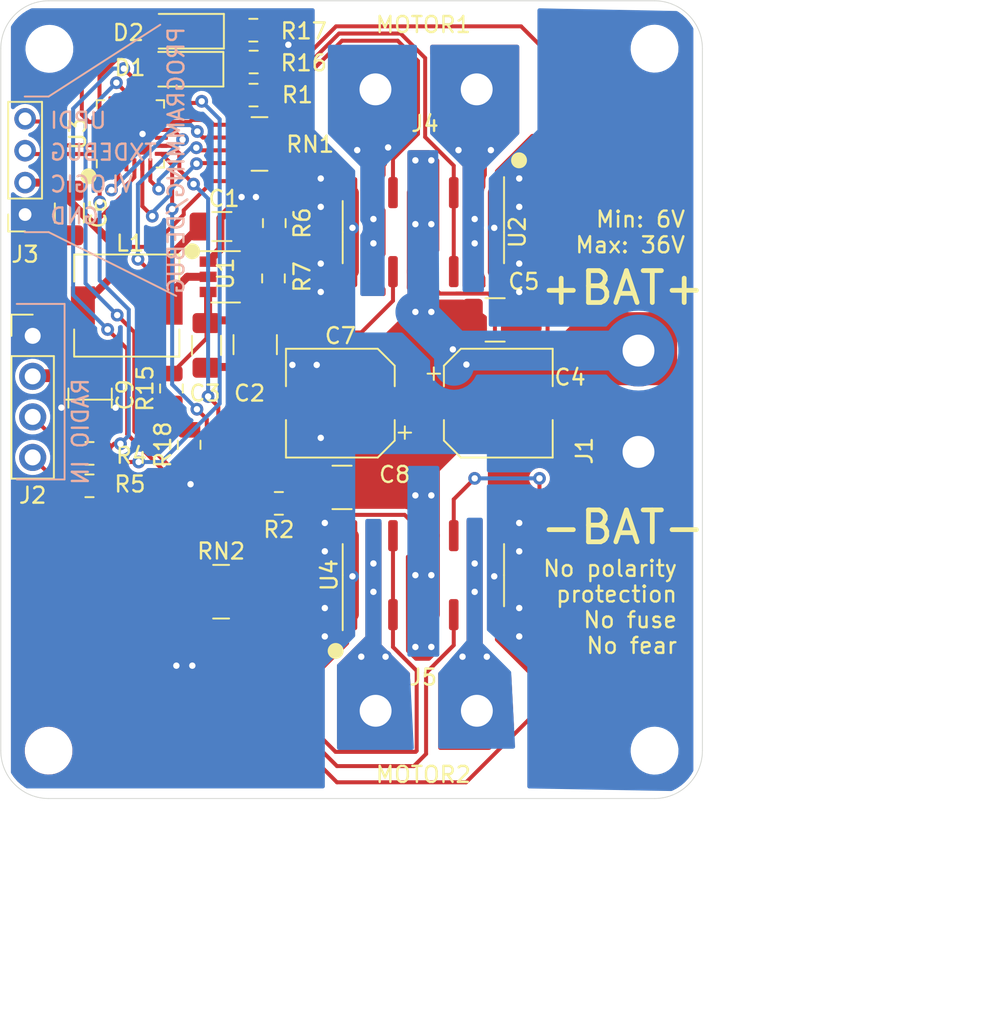
<source format=kicad_pcb>
(kicad_pcb (version 20200518) (host pcbnew "5.99.0-unknown-c8476d6~101~ubuntu18.04.1")
  (layers (0 "F.Cu" signal hide) (31 "B.Cu" signal hide) (34 "B.Paste" user hide) (35 "F.Paste" user hide) (36 "B.SilkS" user hide) (37 "F.SilkS" user) (38 "B.Mask" user hide) (39 "F.Mask" user) (44 "Edge.Cuts" user))
  (net 0 "")
  (net 1 "GND")
  (net 2 "VBAT")
  (net 3 "VLOGIC")
  (net 4 "Net-(D1-Pad1)")
  (net 5 "Net-(D2-Pad1)")
  (net 6 "SIGNALIN2")
  (net 7 "SIGNALIN1")
  (net 8 "UPDI")
  (net 9 "TXDEBUG")
  (net 10 "MOTOR1A")
  (net 11 "MOTOR1B")
  (net 12 "MOTOR1PWM")
  (net 13 "Net-(R4-Pad1)")
  (net 14 "Net-(R5-Pad1)")
  (net 15 "MOTOR1SENSE")
  (net 16 "MOTOR2A")
  (net 17 "MOTOR2B")
  (net 18 "MOTOR2PWM")
  (net 19 "MOTOR2SENSE")
  (net 20 "/VSENSE")
  (net 21 "Net-(U3-Pad22)")
  (net 22 "Net-(U3-Pad21)")
  (net 23 "Net-(U3-Pad9)")
  (net 24 "/BLINKY1")
  (net 25 "/BLINKY2")
  (net 26 "Net-(U3-Pad18)")
  (net 27 "Net-(U3-Pad17)")
  (net 28 "/M2OUTA")
  (net 29 "/M1OUTB")
  (net 30 "/M1OUTA")
  (net 31 "/M2OUTB")
  (net 32 "Net-(RN1-Pad2)")
  (net 33 "Net-(RN1-Pad3)")
  (net 34 "Net-(RN1-Pad1)")
  (net 35 "Net-(RN2-Pad1)")
  (net 36 "Net-(RN2-Pad2)")
  (net 37 "Net-(RN2-Pad3)")
  (net 38 "Net-(R1-Pad2)")
  (net 39 "Net-(R2-Pad2)")
  (net 40 "Net-(U3-Pad14)")
  (net 41 "Net-(U3-Pad12)")
  (net 42 "/SWITCH")
  (net 43 "Net-(U1-Pad5)")
  (net 44 "Net-(C1-Pad1)")
  (net 45 "/FEEDBACK")
  (module "Capacitor_SMD:C_1210_3225Metric" (layer "F.Cu") (at 115.1 93.4 -90)
    (fp_text reference "C9" (at -0.2 -2.2 90) (layer "F.SilkS"))
    (fp_text value "10uF")
    (pad "2" smd roundrect (at 1.4 0 270) (size 1.25 2.65) (layers "F.Cu" "F.Paste" "F.Mask") (roundrect_rratio 0.2) (net 1 "GND"))
    (pad "1" smd roundrect (at -1.4 0 270) (size 1.25 2.65) (layers "F.Cu" "F.Paste" "F.Mask") (roundrect_rratio 0.2) (net 3 "VLOGIC"))
  )
  (module "Resistor_SMD:R_0805_2012Metric" (layer "F.Cu") (at 126.6 85.9 90)
    (fp_text reference "R7" (at 0.1 1.8 90) (layer "F.SilkS"))
    (fp_text value "10k")
    (pad "2" smd roundrect (at 0.9375 0 90) (size 0.975 1.4) (layers "F.Cu" "F.Paste" "F.Mask") (net 45 "/FEEDBACK"))
    (pad "1" smd roundrect (at -0.9375 0 90) (size 0.975 1.4) (layers "F.Cu" "F.Paste" "F.Mask") (net 3 "VLOGIC"))
  )
  (module "Resistor_SMD:R_0805_2012Metric" (layer "F.Cu") (at 126.65112 82.434511 90)
    (fp_text reference "R6" (at 0 1.74888 90) (layer "F.SilkS"))
    (fp_text value "1.2k")
    (pad "2" smd roundrect (at 0.9375 0 90) (size 0.975 1.4) (layers "F.Cu" "F.Paste" "F.Mask") (net 1 "GND"))
    (pad "1" smd roundrect (at -0.9375 0 90) (size 0.975 1.4) (layers "F.Cu" "F.Paste" "F.Mask") (net 45 "/FEEDBACK"))
  )
  (module "Capacitor_SMD:C_1206_3216Metric" (layer "F.Cu") (at 122.4 90.1 -90)
    (fp_text reference "C3" (at 3 0.1 180) (layer "F.SilkS"))
    (fp_text value "0.1uF")
    (pad "2" smd roundrect (at 1.4 0 270) (size 1.25 1.75) (layers "F.Cu" "F.Paste" "F.Mask") (roundrect_rratio 0.2) (net 1 "GND"))
    (pad "1" smd roundrect (at -1.4 0 270) (size 1.25 1.75) (layers "F.Cu" "F.Paste" "F.Mask") (roundrect_rratio 0.2) (net 2 "VBAT"))
  )
  (module "Capacitor_SMD:C_1206_3216Metric" (layer "F.Cu") (at 123.367466 82.64855 180)
    (fp_text reference "C1" (at -0.132534 1.74855) (layer "F.SilkS"))
    (fp_text value "0.1uF")
    (pad "2" smd roundrect (at 1.4 0 180) (size 1.25 1.75) (layers "F.Cu" "F.Paste" "F.Mask") (roundrect_rratio 0.2) (net 42 "/SWITCH"))
    (pad "1" smd roundrect (at -1.4 0 180) (size 1.25 1.75) (layers "F.Cu" "F.Paste" "F.Mask") (roundrect_rratio 0.2) (net 44 "Net-(C1-Pad1)"))
  )
  (module "Package_TO_SOT_SMD:SOT-23-6" (layer "F.Cu") (at 123.6 85.8)
    (fp_text reference "U1" (at 0 -0.2 270) (layer "F.SilkS"))
    (fp_text value "TPS54302")
    (pad "5" smd rect (at 1.1 0) (size 1.06 0.65) (layers "F.Cu" "F.Paste" "F.Mask") (net 43 "Net-(U1-Pad5)"))
    (pad "6" smd rect (at 1.1 -0.95) (size 1.06 0.65) (layers "F.Cu" "F.Paste" "F.Mask") (net 44 "Net-(C1-Pad1)"))
    (pad "4" smd rect (at 1.1 0.95) (size 1.06 0.65) (layers "F.Cu" "F.Paste" "F.Mask") (net 45 "/FEEDBACK"))
    (pad "3" smd rect (at -1.1 0.95) (size 1.06 0.65) (layers "F.Cu" "F.Paste" "F.Mask") (net 2 "VBAT"))
    (pad "2" smd rect (at -1.1 0) (size 1.06 0.65) (layers "F.Cu" "F.Paste" "F.Mask") (net 42 "/SWITCH"))
    (pad "1" smd rect (at -1.1 -0.95) (size 1.06 0.65) (layers "F.Cu" "F.Paste" "F.Mask") (net 1 "GND"))
  )
  (module "Inductor_SMD:L_6.3x6.3_H3" (layer "F.Cu") (at 117.4 87.6 180)
    (fp_text reference "L1" (at -0.2 3.9) (layer "F.SilkS"))
    (fp_text value "10uH")
    (pad "2" smd rect (at 2.75 0 180) (size 1.5 2.4) (layers "F.Cu" "F.Paste" "F.Mask") (net 3 "VLOGIC"))
    (pad "1" smd rect (at -2.75 0 180) (size 1.5 2.4) (layers "F.Cu" "F.Paste" "F.Mask") (net 42 "/SWITCH"))
  )
  (module "tarakan:wirepads_motor" (layer "F.Cu") (at 133.005 113)
    (fp_text reference "J5" (at 2.995 -2.1) (layer "F.SilkS"))
    (fp_text value "MOTOR2")
    (pad "2" thru_hole circle (at 6.35 0) (size 4.50088 4.50088) (drill 1.99898) (layers *.Cu *.Mask) (net 31 "/M2OUTB"))
    (pad "1" thru_hole circle (at 0 0) (size 4.50088 4.50088) (drill 1.99898) (layers *.Cu *.Mask) (net 28 "/M2OUTA"))
  )
  (module "tarakan:wirepads_motor" (layer "F.Cu") (at 139.345 74.05 180)
    (fp_text reference "J4" (at 3.245 -2.15) (layer "F.SilkS"))
    (fp_text value "MOTOR1")
    (pad "2" thru_hole circle (at 6.35 0 180) (size 4.50088 4.50088) (drill 1.99898) (layers *.Cu *.Mask) (net 29 "/M1OUTB"))
    (pad "1" thru_hole circle (at 0 0 180) (size 4.50088 4.50088) (drill 1.99898) (layers *.Cu *.Mask) (net 30 "/M1OUTA"))
  )
  (module "Resistor_SMD:R_Array_Convex_4x0603" (layer "F.Cu") (at 123.317 105.537 180)
    (fp_text reference "RN2" (at 0 2.537) (layer "F.SilkS"))
    (fp_text value "1k" hide)
    (pad "5" smd rect (at 0.9 1.2 180) (size 0.8 0.5) (layers "F.Cu" "F.Paste" "F.Mask") (net 19 "MOTOR2SENSE"))
    (pad "6" smd rect (at 0.9 0.4 180) (size 0.8 0.4) (layers "F.Cu" "F.Paste" "F.Mask") (net 16 "MOTOR2A"))
    (pad "8" smd rect (at 0.9 -1.2 180) (size 0.8 0.5) (layers "F.Cu" "F.Paste" "F.Mask") (net 18 "MOTOR2PWM"))
    (pad "7" smd rect (at 0.9 -0.4 180) (size 0.8 0.4) (layers "F.Cu" "F.Paste" "F.Mask") (net 17 "MOTOR2B"))
    (pad "4" smd rect (at -0.9 1.2 180) (size 0.8 0.5) (layers "F.Cu" "F.Paste" "F.Mask") (net 39 "Net-(R2-Pad2)"))
    (pad "2" smd rect (at -0.9 -0.4 180) (size 0.8 0.4) (layers "F.Cu" "F.Paste" "F.Mask") (net 36 "Net-(RN2-Pad2)"))
    (pad "3" smd rect (at -0.9 0.4 180) (size 0.8 0.4) (layers "F.Cu" "F.Paste" "F.Mask") (net 37 "Net-(RN2-Pad3)"))
    (pad "1" smd rect (at -0.9 -1.2 180) (size 0.8 0.5) (layers "F.Cu" "F.Paste" "F.Mask") (net 35 "Net-(RN2-Pad1)"))
  )
  (module "Resistor_SMD:R_0805_2012Metric" (layer "F.Cu") (at 126.9375 100 180)
    (fp_text reference "R2" (at 0 -1.65) (layer "F.SilkS"))
    (fp_text value "100R")
    (pad "2" smd roundrect (at 0.9375 0 180) (size 0.975 1.4) (layers "F.Cu" "F.Paste" "F.Mask") (net 39 "Net-(R2-Pad2)"))
    (pad "1" smd roundrect (at -0.9375 0 180) (size 0.975 1.4) (layers "F.Cu" "F.Paste" "F.Mask") (net 1 "GND"))
  )
  (module "Resistor_SMD:R_0805_2012Metric" (layer "F.Cu") (at 125.348605 74.410524)
    (fp_text reference "R1" (at 2.751395 -0.010524) (layer "F.SilkS"))
    (fp_text value "100R")
    (pad "2" smd roundrect (at 0.9375 0) (size 0.975 1.4) (layers "F.Cu" "F.Paste" "F.Mask") (net 38 "Net-(R1-Pad2)"))
    (pad "1" smd roundrect (at -0.9375 0) (size 0.975 1.4) (layers "F.Cu" "F.Paste" "F.Mask") (net 1 "GND"))
  )
  (module "MountingHole:MountingHole_2.5mm" (layer "F.Cu") (at 112.548 71.51)
    (fp_text reference "H4" hide)
    (fp_text value "MountingHole" hide)
    (pad "1" np_thru_hole circle (at 0 0) (size 2.5 2.5) (drill 2.5) (layers *.Cu *.Mask))
  )
  (module "MountingHole:MountingHole_2.5mm" (layer "F.Cu") (at 150.5 115.5)
    (fp_text reference "H3" hide)
    (fp_text value "MountingHole" hide)
    (pad "1" np_thru_hole circle (at 0 0) (size 2.5 2.5) (drill 2.5) (layers *.Cu *.Mask))
  )
  (module "MountingHole:MountingHole_2.5mm" (layer "F.Cu") (at 150.5 71.5)
    (fp_text reference "H2" hide)
    (fp_text value "MountingHole" hide)
    (pad "1" np_thru_hole circle (at 0 0) (size 2.5 2.5) (drill 2.5) (layers *.Cu *.Mask))
  )
  (module "MountingHole:MountingHole_2.5mm" (layer "F.Cu") (at 112.5 115.5)
    (fp_text reference "H1" hide)
    (fp_text value "MountingHole" hide)
    (pad "1" np_thru_hole circle (at 0 0) (size 2.5 2.5) (drill 2.5) (layers *.Cu *.Mask))
  )
  (module "Capacitor_SMD:C_1210_3225Metric" (layer "F.Cu") (at 130.9 99 180)
    (fp_text reference "C8" (at -3.3 0.8) (layer "F.SilkS"))
    (fp_text value "10uF" hide)
    (pad "2" smd roundrect (at 1.4 0 180) (size 1.25 2.65) (layers "F.Cu" "F.Paste" "F.Mask") (roundrect_rratio 0.2) (net 1 "GND"))
    (pad "1" smd roundrect (at -1.4 0 180) (size 1.25 2.65) (layers "F.Cu" "F.Paste" "F.Mask") (roundrect_rratio 0.2) (net 2 "VBAT"))
  )
  (module "Capacitor_SMD:CP_Elec_6.3x7.7" (layer "F.Cu") (at 130.794 93.718 180)
    (fp_text reference "C7" (at -0.006 4.218) (layer "F.SilkS"))
    (fp_text value "33uF" hide)
    (pad "2" smd roundrect (at 2.7 0 180) (size 3.5 1.6) (layers "F.Cu" "F.Paste" "F.Mask") (roundrect_rratio 0.15625) (net 1 "GND"))
    (pad "1" smd roundrect (at -2.7 0 180) (size 3.5 1.6) (layers "F.Cu" "F.Paste" "F.Mask") (roundrect_rratio 0.15625) (net 2 "VBAT"))
  )
  (module "Capacitor_SMD:C_1210_3225Metric" (layer "F.Cu") (at 140.5 88.5)
    (fp_text reference "C5" (at 1.8 -2.4) (layer "F.SilkS"))
    (fp_text value "10uF" hide)
    (pad "2" smd roundrect (at 1.4 0) (size 1.25 2.65) (layers "F.Cu" "F.Paste" "F.Mask") (roundrect_rratio 0.2) (net 1 "GND"))
    (pad "1" smd roundrect (at -1.4 0) (size 1.25 2.65) (layers "F.Cu" "F.Paste" "F.Mask") (roundrect_rratio 0.2) (net 2 "VBAT"))
  )
  (module "Capacitor_SMD:CP_Elec_6.3x7.7" (layer "F.Cu") (at 140.7 93.718)
    (fp_text reference "C4" (at 4.5 -1.618) (layer "F.SilkS"))
    (fp_text value "33uF" hide)
    (pad "2" smd roundrect (at 2.7 0) (size 3.5 1.6) (layers "F.Cu" "F.Paste" "F.Mask") (roundrect_rratio 0.15625) (net 1 "GND"))
    (pad "1" smd roundrect (at -2.7 0) (size 3.5 1.6) (layers "F.Cu" "F.Paste" "F.Mask") (roundrect_rratio 0.15625) (net 2 "VBAT"))
  )
  (module "Capacitor_SMD:C_1210_3225Metric" (layer "F.Cu") (at 125.454369 90.052 -90)
    (fp_text reference "C2" (at 3.048 0.354369 180) (layer "F.SilkS"))
    (fp_text value "10uF" hide)
    (pad "2" smd roundrect (at 1.4 0 270) (size 1.25 2.65) (layers "F.Cu" "F.Paste" "F.Mask") (roundrect_rratio 0.2) (net 1 "GND"))
    (pad "1" smd roundrect (at -1.4 0 270) (size 1.25 2.65) (layers "F.Cu" "F.Paste" "F.Mask") (roundrect_rratio 0.2) (net 2 "VBAT"))
  )
  (module "Connector_PinHeader_2.54mm:PinHeader_1x04_P2.54mm_Vertical" (layer "F.Cu") (at 111.5 89.5)
    (fp_text reference "J2" (at 0 10) (layer "F.SilkS"))
    (fp_text value "signal" hide)
    (pad "4" thru_hole oval (at 0 7.62) (size 1.7 1.7) (drill 1) (layers *.Cu *.Mask) (net 6 "SIGNALIN2"))
    (pad "3" thru_hole oval (at 0 5.08) (size 1.7 1.7) (drill 1) (layers *.Cu *.Mask) (net 7 "SIGNALIN1"))
    (pad "2" thru_hole oval (at 0 2.54) (size 1.7 1.7) (drill 1) (layers *.Cu *.Mask) (net 3 "VLOGIC"))
    (pad "1" thru_hole rect (at 0 0) (size 1.7 1.7) (drill 1) (layers *.Cu *.Mask) (net 1 "GND"))
  )
  (module "Resistor_SMD:R_Array_Convex_4x0603" (layer "F.Cu") (at 125.724791 77.472124 180)
    (fp_text reference "RN1" (at -3.175209 -0.027876) (layer "F.SilkS"))
    (fp_text value "1k" hide)
    (pad "5" smd rect (at 0.9 1.2 180) (size 0.8 0.5) (layers "F.Cu" "F.Paste" "F.Mask") (net 15 "MOTOR1SENSE"))
    (pad "6" smd rect (at 0.9 0.4 180) (size 0.8 0.4) (layers "F.Cu" "F.Paste" "F.Mask") (net 10 "MOTOR1A"))
    (pad "8" smd rect (at 0.9 -1.2 180) (size 0.8 0.5) (layers "F.Cu" "F.Paste" "F.Mask") (net 12 "MOTOR1PWM"))
    (pad "7" smd rect (at 0.9 -0.4 180) (size 0.8 0.4) (layers "F.Cu" "F.Paste" "F.Mask") (net 11 "MOTOR1B"))
    (pad "4" smd rect (at -0.9 1.2 180) (size 0.8 0.5) (layers "F.Cu" "F.Paste" "F.Mask") (net 38 "Net-(R1-Pad2)"))
    (pad "2" smd rect (at -0.9 -0.4 180) (size 0.8 0.4) (layers "F.Cu" "F.Paste" "F.Mask") (net 32 "Net-(RN1-Pad2)"))
    (pad "3" smd rect (at -0.9 0.4 180) (size 0.8 0.4) (layers "F.Cu" "F.Paste" "F.Mask") (net 33 "Net-(RN1-Pad3)"))
    (pad "1" smd rect (at -0.9 -1.2 180) (size 0.8 0.5) (layers "F.Cu" "F.Paste" "F.Mask") (net 34 "Net-(RN1-Pad1)"))
  )
  (module "Resistor_SMD:R_0805_2012Metric" (layer "F.Cu") (at 121.312656 96.32911 90)
    (fp_text reference "R18" (at 0 -1.65 90) (layer "F.SilkS"))
    (fp_text value "1k" hide)
    (pad "2" smd roundrect (at 0.9375 0 90) (size 0.975 1.4) (layers "F.Cu" "F.Paste" "F.Mask") (net 20 "/VSENSE"))
    (pad "1" smd roundrect (at -0.9375 0 90) (size 0.975 1.4) (layers "F.Cu" "F.Paste" "F.Mask") (net 1 "GND"))
  )
  (module "Resistor_SMD:R_0805_2012Metric" (layer "F.Cu") (at 125.337546 70.341707 180)
    (fp_text reference "R17" (at -3.162454 -0.058293) (layer "F.SilkS"))
    (fp_text value "1k" hide)
    (pad "2" smd roundrect (at 0.9375 0 180) (size 0.975 1.4) (layers "F.Cu" "F.Paste" "F.Mask") (net 5 "Net-(D2-Pad1)"))
    (pad "1" smd roundrect (at -0.9375 0 180) (size 0.975 1.4) (layers "F.Cu" "F.Paste" "F.Mask") (net 1 "GND"))
  )
  (module "Resistor_SMD:R_0805_2012Metric" (layer "F.Cu") (at 125.357292 72.337762 180)
    (fp_text reference "R16" (at -3.142708 -0.062238) (layer "F.SilkS"))
    (fp_text value "1k" hide)
    (pad "2" smd roundrect (at 0.9375 0 180) (size 0.975 1.4) (layers "F.Cu" "F.Paste" "F.Mask") (net 4 "Net-(D1-Pad1)"))
    (pad "1" smd roundrect (at -0.9375 0 180) (size 0.975 1.4) (layers "F.Cu" "F.Paste" "F.Mask") (net 1 "GND"))
  )
  (module "Resistor_SMD:R_0805_2012Metric" (layer "F.Cu") (at 120.2 92.8 90)
    (fp_text reference "R15" (at 0 -1.65 90) (layer "F.SilkS"))
    (fp_text value "33k" hide)
    (pad "2" smd roundrect (at 0.9375 0 90) (size 0.975 1.4) (layers "F.Cu" "F.Paste" "F.Mask") (net 2 "VBAT"))
    (pad "1" smd roundrect (at -0.9375 0 90) (size 0.975 1.4) (layers "F.Cu" "F.Paste" "F.Mask") (net 20 "/VSENSE"))
  )
  (module "Resistor_SMD:R_0805_2012Metric" (layer "F.Cu") (at 115.0625 98.9 180)
    (fp_text reference "R5" (at -2.5375 0.1) (layer "F.SilkS"))
    (fp_text value "1k" hide)
    (pad "2" smd roundrect (at 0.9375 0 180) (size 0.975 1.4) (layers "F.Cu" "F.Paste" "F.Mask") (net 6 "SIGNALIN2"))
    (pad "1" smd roundrect (at -0.9375 0 180) (size 0.975 1.4) (layers "F.Cu" "F.Paste" "F.Mask") (net 14 "Net-(R5-Pad1)"))
  )
  (module "Resistor_SMD:R_0805_2012Metric" (layer "F.Cu") (at 115.0625 96.868 180)
    (fp_text reference "R4" (at -2.6375 -0.132) (layer "F.SilkS"))
    (fp_text value "1k" hide)
    (pad "2" smd roundrect (at 0.9375 0 180) (size 0.975 1.4) (layers "F.Cu" "F.Paste" "F.Mask") (net 7 "SIGNALIN1"))
    (pad "1" smd roundrect (at -0.9375 0 180) (size 0.975 1.4) (layers "F.Cu" "F.Paste" "F.Mask") (net 13 "Net-(R4-Pad1)"))
  )
  (module "Package_SO:SOIC-16_3.9x9.9mm_P1.27mm" (layer "F.Cu") (at 136 104.5 90)
    (fp_text reference "U4" (at 0 -5.9 90) (layer "F.SilkS"))
    (fp_text value "VNH7100AS" hide)
    (pad "16" smd roundrect (at 2.475 -4.445 90) (size 1.95 0.6) (layers "F.Cu" "F.Paste" "F.Mask") (net 1 "GND"))
    (pad "15" smd roundrect (at 2.475 -3.175 90) (size 1.95 0.6) (layers "F.Cu" "F.Paste" "F.Mask") (net 28 "/M2OUTA"))
    (pad "14" smd roundrect (at 2.475 -1.905 90) (size 1.95 0.6) (layers "F.Cu" "F.Paste" "F.Mask") (net 37 "Net-(RN2-Pad3)"))
    (pad "13" smd roundrect (at 2.475 -0.635 90) (size 1.95 0.6) (layers "F.Cu" "F.Paste" "F.Mask") (net 39 "Net-(R2-Pad2)"))
    (pad "12" smd roundrect (at 2.475 0.635 90) (size 1.95 0.6) (layers "F.Cu" "F.Paste" "F.Mask") (net 2 "VBAT"))
    (pad "11" smd roundrect (at 2.475 1.905 90) (size 1.95 0.6) (layers "F.Cu" "F.Paste" "F.Mask") (net 35 "Net-(RN2-Pad1)"))
    (pad "10" smd roundrect (at 2.475 3.175 90) (size 1.95 0.6) (layers "F.Cu" "F.Paste" "F.Mask") (net 31 "/M2OUTB"))
    (pad "9" smd roundrect (at 2.475 4.445 90) (size 1.95 0.6) (layers "F.Cu" "F.Paste" "F.Mask") (net 1 "GND"))
    (pad "8" smd roundrect (at -2.475 4.445 90) (size 1.95 0.6) (layers "F.Cu" "F.Paste" "F.Mask") (net 1 "GND"))
    (pad "7" smd roundrect (at -2.475 3.175 90) (size 1.95 0.6) (layers "F.Cu" "F.Paste" "F.Mask") (net 31 "/M2OUTB"))
    (pad "6" smd roundrect (at -2.475 1.905 90) (size 1.95 0.6) (layers "F.Cu" "F.Paste" "F.Mask") (net 36 "Net-(RN2-Pad2)"))
    (pad "5" smd roundrect (at -2.475 0.635 90) (size 1.95 0.6) (layers "F.Cu" "F.Paste" "F.Mask") (net 2 "VBAT"))
    (pad "4" smd roundrect (at -2.475 -0.635 90) (size 1.95 0.6) (layers "F.Cu" "F.Paste" "F.Mask") (net 2 "VBAT"))
    (pad "3" smd roundrect (at -2.475 -1.905 90) (size 1.95 0.6) (layers "F.Cu" "F.Paste" "F.Mask") (net 37 "Net-(RN2-Pad3)"))
    (pad "2" smd roundrect (at -2.475 -3.175 90) (size 1.95 0.6) (layers "F.Cu" "F.Paste" "F.Mask") (net 28 "/M2OUTA"))
    (pad "1" smd roundrect (at -2.475 -4.445 90) (size 1.95 0.6) (layers "F.Cu" "F.Paste" "F.Mask") (net 1 "GND"))
  )
  (module "Package_DFN_QFN:QFN-24-1EP_4x4mm_P0.5mm_EP2.6x2.6mm" (layer "F.Cu") (at 117.627949 76.840269 90)
    (fp_text reference "U3" (at 0 -3.3 90) (layer "F.SilkS"))
    (fp_text value "ATtiny1617-M" hide)
    (pad "25" smd rect (at 0 0 90) (size 2.6 2.6) (layers "F.Cu" "F.Mask") (net 1 "GND"))
    (pad "24" smd roundrect (at -1.25 -1.9375 90) (size 0.25 0.825) (layers "F.Cu" "F.Paste" "F.Mask") (net 9 "TXDEBUG"))
    (pad "23" smd roundrect (at -0.75 -1.9375 90) (size 0.25 0.825) (layers "F.Cu" "F.Paste" "F.Mask") (net 8 "UPDI"))
    (pad "22" smd roundrect (at -0.25 -1.9375 90) (size 0.25 0.825) (layers "F.Cu" "F.Paste" "F.Mask") (net 21 "Net-(U3-Pad22)"))
    (pad "21" smd roundrect (at 0.25 -1.9375 90) (size 0.25 0.825) (layers "F.Cu" "F.Paste" "F.Mask") (net 22 "Net-(U3-Pad21)"))
    (pad "20" smd roundrect (at 0.75 -1.9375 90) (size 0.25 0.825) (layers "F.Cu" "F.Paste" "F.Mask") (net 25 "/BLINKY2"))
    (pad "19" smd roundrect (at 1.25 -1.9375 90) (size 0.25 0.825) (layers "F.Cu" "F.Paste" "F.Mask") (net 24 "/BLINKY1"))
    (pad "18" smd roundrect (at 1.9375 -1.25 90) (size 0.825 0.25) (layers "F.Cu" "F.Paste" "F.Mask") (net 26 "Net-(U3-Pad18)"))
    (pad "17" smd roundrect (at 1.9375 -0.75 90) (size 0.825 0.25) (layers "F.Cu" "F.Paste" "F.Mask") (net 27 "Net-(U3-Pad17)"))
    (pad "16" smd roundrect (at 1.9375 -0.25 90) (size 0.825 0.25) (layers "F.Cu" "F.Paste" "F.Mask") (net 16 "MOTOR2A"))
    (pad "15" smd roundrect (at 1.9375 0.25 90) (size 0.825 0.25) (layers "F.Cu" "F.Paste" "F.Mask") (net 17 "MOTOR2B"))
    (pad "14" smd roundrect (at 1.9375 0.75 90) (size 0.825 0.25) (layers "F.Cu" "F.Paste" "F.Mask") (net 40 "Net-(U3-Pad14)"))
    (pad "13" smd roundrect (at 1.9375 1.25 90) (size 0.825 0.25) (layers "F.Cu" "F.Paste" "F.Mask") (net 14 "Net-(R5-Pad1)"))
    (pad "12" smd roundrect (at 1.25 1.9375 90) (size 0.25 0.825) (layers "F.Cu" "F.Paste" "F.Mask") (net 41 "Net-(U3-Pad12)"))
    (pad "11" smd roundrect (at 0.75 1.9375 90) (size 0.25 0.825) (layers "F.Cu" "F.Paste" "F.Mask") (net 15 "MOTOR1SENSE"))
    (pad "10" smd roundrect (at 0.25 1.9375 90) (size 0.25 0.825) (layers "F.Cu" "F.Paste" "F.Mask") (net 20 "/VSENSE"))
    (pad "9" smd roundrect (at -0.25 1.9375 90) (size 0.25 0.825) (layers "F.Cu" "F.Paste" "F.Mask") (net 23 "Net-(U3-Pad9)"))
    (pad "8" smd roundrect (at -0.75 1.9375 90) (size 0.25 0.825) (layers "F.Cu" "F.Paste" "F.Mask") (net 18 "MOTOR2PWM"))
    (pad "7" smd roundrect (at -1.25 1.9375 90) (size 0.25 0.825) (layers "F.Cu" "F.Paste" "F.Mask") (net 19 "MOTOR2SENSE"))
    (pad "6" smd roundrect (at -1.9375 1.25 90) (size 0.825 0.25) (layers "F.Cu" "F.Paste" "F.Mask") (net 11 "MOTOR1B"))
    (pad "5" smd roundrect (at -1.9375 0.75 90) (size 0.825 0.25) (layers "F.Cu" "F.Paste" "F.Mask") (net 12 "MOTOR1PWM"))
    (pad "4" smd roundrect (at -1.9375 0.25 90) (size 0.825 0.25) (layers "F.Cu" "F.Paste" "F.Mask") (net 3 "VLOGIC"))
    (pad "3" smd roundrect (at -1.9375 -0.25 90) (size 0.825 0.25) (layers "F.Cu" "F.Paste" "F.Mask") (net 1 "GND"))
    (pad "2" smd roundrect (at -1.9375 -0.75 90) (size 0.825 0.25) (layers "F.Cu" "F.Paste" "F.Mask") (net 10 "MOTOR1A"))
    (pad "1" smd roundrect (at -1.9375 -1.25 90) (size 0.825 0.25) (layers "F.Cu" "F.Paste" "F.Mask") (net 13 "Net-(R4-Pad1)"))
  )
  (module "Package_SO:SOIC-16_3.9x9.9mm_P1.27mm" (layer "F.Cu") (at 136 83 -90)
    (fp_text reference "U2" (at 0 -5.9 90) (layer "F.SilkS"))
    (fp_text value "VNH7100AS" hide)
    (pad "16" smd roundrect (at 2.475 -4.445 270) (size 1.95 0.6) (layers "F.Cu" "F.Paste" "F.Mask") (net 1 "GND"))
    (pad "15" smd roundrect (at 2.475 -3.175 270) (size 1.95 0.6) (layers "F.Cu" "F.Paste" "F.Mask") (net 30 "/M1OUTA"))
    (pad "14" smd roundrect (at 2.475 -1.905 270) (size 1.95 0.6) (layers "F.Cu" "F.Paste" "F.Mask") (net 33 "Net-(RN1-Pad3)"))
    (pad "13" smd roundrect (at 2.475 -0.635 270) (size 1.95 0.6) (layers "F.Cu" "F.Paste" "F.Mask") (net 38 "Net-(R1-Pad2)"))
    (pad "12" smd roundrect (at 2.475 0.635 270) (size 1.95 0.6) (layers "F.Cu" "F.Paste" "F.Mask") (net 2 "VBAT"))
    (pad "11" smd roundrect (at 2.475 1.905 270) (size 1.95 0.6) (layers "F.Cu" "F.Paste" "F.Mask") (net 34 "Net-(RN1-Pad1)"))
    (pad "10" smd roundrect (at 2.475 3.175 270) (size 1.95 0.6) (layers "F.Cu" "F.Paste" "F.Mask") (net 29 "/M1OUTB"))
    (pad "9" smd roundrect (at 2.475 4.445 270) (size 1.95 0.6) (layers "F.Cu" "F.Paste" "F.Mask") (net 1 "GND"))
    (pad "8" smd roundrect (at -2.475 4.445 270) (size 1.95 0.6) (layers "F.Cu" "F.Paste" "F.Mask") (net 1 "GND"))
    (pad "7" smd roundrect (at -2.475 3.175 270) (size 1.95 0.6) (layers "F.Cu" "F.Paste" "F.Mask") (net 29 "/M1OUTB"))
    (pad "6" smd roundrect (at -2.475 1.905 270) (size 1.95 0.6) (layers "F.Cu" "F.Paste" "F.Mask") (net 32 "Net-(RN1-Pad2)"))
    (pad "5" smd roundrect (at -2.475 0.635 270) (size 1.95 0.6) (layers "F.Cu" "F.Paste" "F.Mask") (net 2 "VBAT"))
    (pad "4" smd roundrect (at -2.475 -0.635 270) (size 1.95 0.6) (layers "F.Cu" "F.Paste" "F.Mask") (net 2 "VBAT"))
    (pad "3" smd roundrect (at -2.475 -1.905 270) (size 1.95 0.6) (layers "F.Cu" "F.Paste" "F.Mask") (net 33 "Net-(RN1-Pad3)"))
    (pad "2" smd roundrect (at -2.475 -3.175 270) (size 1.95 0.6) (layers "F.Cu" "F.Paste" "F.Mask") (net 30 "/M1OUTA"))
    (pad "1" smd roundrect (at -2.475 -4.445 270) (size 1.95 0.6) (layers "F.Cu" "F.Paste" "F.Mask") (net 1 "GND"))
  )
  (module "Connector_PinSocket_2.00mm:PinSocket_1x04_P2.00mm_Vertical" (layer "F.Cu") (at 111.024 81.895593 180)
    (fp_text reference "J3" (at 0 -2.5) (layer "F.SilkS"))
    (fp_text value "prog_header" hide)
    (pad "4" thru_hole oval (at 0 6 180) (size 1.35 1.35) (drill 0.8) (layers *.Cu *.Mask) (net 8 "UPDI"))
    (pad "3" thru_hole oval (at 0 4 180) (size 1.35 1.35) (drill 0.8) (layers *.Cu *.Mask) (net 9 "TXDEBUG"))
    (pad "2" thru_hole oval (at 0 2 180) (size 1.35 1.35) (drill 0.8) (layers *.Cu *.Mask) (net 3 "VLOGIC"))
    (pad "1" thru_hole rect (at 0 0 180) (size 1.35 1.35) (drill 0.8) (layers *.Cu *.Mask) (net 1 "GND"))
  )
  (module "Connector_Wire:SolderWirePad_1x02_P7.62mm_Drill2mm" (layer "F.Cu") (at 149.491545 96.774 90)
    (fp_text reference "J1" (at 0.074 -3.391545 90) (layer "F.SilkS"))
    (fp_text value "power_in" hide)
    (pad "2" thru_hole circle (at 6.35 0 90) (size 4.50088 4.50088) (drill 1.99898) (layers *.Cu *.Mask) (net 2 "VBAT"))
    (pad "1" thru_hole rect (at 0 0 90) (size 4.50088 4.50088) (drill 1.99898) (layers *.Cu *.Mask) (net 1 "GND"))
  )
  (module "LED_SMD:LED_1206_3216Metric_Castellated" (layer "F.Cu") (at 121.006485 70.407952 180)
    (fp_text reference "D2" (at 3.506485 -0.092048) (layer "F.SilkS"))
    (fp_text value "Blue" hide)
    (pad "2" smd roundrect (at 1.425 0 180) (size 1.6 1.65) (layers "F.Cu" "F.Paste" "F.Mask") (roundrect_rratio 0.15625) (net 25 "/BLINKY2"))
    (pad "1" smd roundrect (at -1.425 0 180) (size 1.6 1.65) (layers "F.Cu" "F.Paste" "F.Mask") (roundrect_rratio 0.15625) (net 5 "Net-(D2-Pad1)"))
  )
  (module "LED_SMD:LED_1206_3216Metric_Castellated" (layer "F.Cu") (at 120.974323 72.790495 180)
    (fp_text reference "D1" (at 3.374323 0.090495) (layer "F.SilkS"))
    (fp_text value "Pink" hide)
    (pad "2" smd roundrect (at 1.425 0 180) (size 1.6 1.65) (layers "F.Cu" "F.Paste" "F.Mask") (roundrect_rratio 0.15625) (net 24 "/BLINKY1"))
    (pad "1" smd roundrect (at -1.425 0 180) (size 1.6 1.65) (layers "F.Cu" "F.Paste" "F.Mask") (roundrect_rratio 0.15625) (net 4 "Net-(D1-Pad1)"))
  )
  (module "Capacitor_SMD:C_1206_3216Metric" (layer "F.Cu") (at 113.8 81.8 -90)
    (fp_text reference "C6" (at 0 -1.82 90) (layer "F.SilkS"))
    (fp_text value "0.1uF" hide)
    (pad "2" smd roundrect (at 1.4 0 270) (size 1.25 1.75) (layers "F.Cu" "F.Paste" "F.Mask") (roundrect_rratio 0.2) (net 1 "GND"))
    (pad "1" smd roundrect (at -1.4 0 270) (size 1.25 1.75) (layers "F.Cu" "F.Paste" "F.Mask") (roundrect_rratio 0.2) (net 3 "VLOGIC"))
  )
  (gr_circle (center 121.5 84.2) (end 121.75 84.2) (layer "F.SilkS") (width 0.5))
  (gr_text "No polarity\nprotection\nNo fuse\nNo fear" (at 152 106.5) (layer "F.SilkS") (effects (font (size 1 1)) (justify right)))
  (gr_text "RADIO IN" (at 114.5 95.5 90) (layer "B.SilkS") (effects (font (size 1 1)) (justify mirror)))
  (gr_line (start 112.5 83) (end 120.5 87) (layer "B.SilkS") (width 0.12))
  (gr_line (start 111 83) (end 112.5 83) (layer "B.SilkS") (width 0.12))
  (gr_line (start 112.5 74.5) (end 119.5 70) (layer "B.SilkS") (width 0.12))
  (gr_line (start 111 74.5) (end 112.5 74.5) (layer "B.SilkS") (width 0.12))
  (gr_line (start 113.5 98.5) (end 110.5 98.5) (layer "B.SilkS") (width 0.12))
  (gr_line (start 113.5 87.5) (end 113.5 98.5) (layer "B.SilkS") (width 0.12))
  (gr_line (start 110.5 87.5) (end 113.5 87.5) (layer "B.SilkS") (width 0.12))
  (gr_text "PROGRAMMING/DEBUG" (at 120.5 78.5 90) (layer "B.SilkS") (effects (font (size 1 1)) (justify mirror)))
  (gr_text "GND" (at 112.5 82) (layer "B.SilkS") (effects (font (size 1 1)) (justify right mirror)))
  (gr_text "VLOGIC" (at 112.5 80) (layer "B.SilkS") (effects (font (size 1 1)) (justify right mirror)))
  (gr_text "TXDEBUG" (at 112.5 78) (layer "B.SilkS") (effects (font (size 1 1)) (justify right mirror)))
  (gr_text "UPDI" (at 112.5 76) (layer "B.SilkS") (effects (font (size 1 1)) (justify right mirror)))
  (gr_line (start 113.5 93.5) (end 116.5 93.5) (layer "F.SilkS") (width 0.12))
  (gr_circle (center 130.5 109.25) (end 130.75 109.25) (layer "F.SilkS") (width 0.5))
  (gr_circle (center 142 78.5) (end 142.25 78.5) (layer "F.SilkS") (width 0.5))
  (gr_circle (center 115 79.5) (end 115.25 79.5) (layer "F.SilkS") (width 0.5))
  (gr_text "Min: 6V\nMax: 36V" (at 152.5 83) (layer "F.SilkS") (effects (font (size 1 1)) (justify right)))
  (gr_text "MOTOR2" (at 136 117) (layer "F.SilkS") (effects (font (size 1 1))))
  (gr_text "MOTOR1" (at 136 70) (layer "F.SilkS") (effects (font (size 1 1))))
  (gr_text "-BAT-" (at 148.5 101.5) (layer "F.SilkS") (effects (font (size 2 2) (thickness 0.3))))
  (gr_text "+BAT+" (at 148.5 86.5) (layer "F.SilkS") (effects (font (size 2 2) (thickness 0.3))))
  (gr_arc (start 112.5 71.5) (end 112.5 68.5) (angle -90) (layer "Edge.Cuts") (width 0.05))
  (gr_arc (start 112.5 115.5) (end 109.5 115.5) (angle -90) (layer "Edge.Cuts") (width 0.05))
  (gr_arc (start 150.5 115.5) (end 150.5 118.5) (angle -90) (layer "Edge.Cuts") (width 0.05))
  (gr_arc (start 150.5 71.5) (end 153.5 71.5) (angle -90) (layer "Edge.Cuts") (width 0.05))
  (gr_line (start 153.5 115.5) (end 153.5 71.5) (layer "Edge.Cuts") (width 0.05))
  (gr_line (start 112.5 118.5) (end 150.5 118.5) (layer "Edge.Cuts") (width 0.05))
  (gr_line (start 109.5 71.5) (end 109.5 115.5) (layer "Edge.Cuts") (width 0.05))
  (gr_line (start 150.5 68.5) (end 112.5 68.5) (layer "Edge.Cuts") (width 0.05))
  (segment (start 115.690449 73.245961) (end 117.03641 71.9) (width 0.25) (layer "F.Cu") (net 24))
  (segment (start 118.658828 71.9) (end 119.549323 72.790495) (width 0.25) (layer "F.Cu") (net 24))
  (segment (start 115.690449 75.590269) (end 115.690449 73.245961) (width 0.25) (layer "F.Cu") (net 24))
  (segment (start 117.03641 71.9) (end 118.658828 71.9) (width 0.25) (layer "F.Cu") (net 24))
  (segment (start 114.03501 75.261035) (end 116.546984 72.749061) (width 0.25) (layer "B.Cu") (net 17))
  (segment (start 117.877949 74.902769) (end 117.877949 73.414341) (width 0.25) (layer "F.Cu") (net 17))
  (segment (start 114.58 75.633814) (end 115.036455 76.090269) (width 0.25) (layer "F.Cu") (net 25))
  (via (at 117.212669 72.749061) (size 0.8) (drill 0.4) (layers "F.Cu" "B.Cu") (net 17))
  (segment (start 114.815001 75.570046) (end 116.749633 73.635414) (width 0.25) (layer "B.Cu") (net 16))
  (segment (start 117.377949 74.902769) (end 117.377949 74.26373) (width 0.25) (layer "F.Cu") (net 16))
  (segment (start 116.8 88.2) (end 114.815001 86.215001) (width 0.25) (layer "B.Cu") (net 16))
  (segment (start 115.036455 76.090269) (end 115.690449 76.090269) (width 0.25) (layer "F.Cu") (net 25))
  (segment (start 116.2 89.1) (end 114.03501 86.93501) (width 0.25) (layer "B.Cu") (net 17))
  (via (at 116.749633 73.635414) (size 0.8) (drill 0.4) (layers "F.Cu" "B.Cu") (net 16))
  (segment (start 114.58 73.72) (end 114.58 75.633814) (width 0.25) (layer "F.Cu") (net 25))
  (segment (start 114.815001 86.215001) (end 114.815001 75.570046) (width 0.25) (layer "B.Cu") (net 16))
  (segment (start 114.03501 86.93501) (end 114.03501 75.261035) (width 0.25) (layer "B.Cu") (net 17))
  (segment (start 117.377949 74.26373) (end 116.749633 73.635414) (width 0.25) (layer "F.Cu") (net 16))
  (segment (start 116.546984 72.749061) (end 117.212669 72.749061) (width 0.25) (layer "B.Cu") (net 17))
  (segment (start 117.877949 73.414341) (end 117.212669 72.749061) (width 0.25) (layer "F.Cu") (net 17))
  (segment (start 119.581485 70.407952) (end 117.892048 70.407952) (width 0.25) (layer "F.Cu") (net 25))
  (segment (start 117.892048 70.407952) (end 114.58 73.72) (width 0.25) (layer "F.Cu") (net 25))
  (segment (start 126.8 79.8) (end 122.8 79.8) (width 0.25) (layer "F.Cu") (net 3))
  (segment (start 120.970959 81.629041) (end 120.970959 81.900366) (width 0.25) (layer "F.Cu") (net 3))
  (segment (start 126.6 86.8375) (end 127.67613 85.76137) (width 0.25) (layer "F.Cu") (net 3))
  (segment (start 122.8 79.8) (end 120.970959 81.629041) (width 0.25) (layer "F.Cu") (net 3))
  (segment (start 127.67613 80.67613) (end 126.8 79.8) (width 0.25) (layer "F.Cu") (net 3))
  (segment (start 127.67613 85.76137) (end 127.67613 80.67613) (width 0.25) (layer "F.Cu") (net 3))
  (segment (start 120.970959 81.900366) (end 118.946325 83.925) (width 0.25) (layer "F.Cu") (net 3))
  (segment (start 118.946325 83.925) (end 116.7 83.925) (width 0.25) (layer "F.Cu") (net 3))
  (segment (start 121.761047 77.708549) (end 121.425766 77.708549) (width 0.25) (layer "B.Cu") (net 11))
  (segment (start 120.217265 77.590269) (end 120.695968 78.068972) (width 0.25) (layer "F.Cu") (net 18))
  (segment (start 119.565449 78.090269) (end 120.245957 78.770777) (width 0.25) (layer "F.Cu") (net 19))
  (segment (start 120.245957 92.545957) (end 120.245957 81.552364) (width 0.25) (layer "B.Cu") (net 19))
  (segment (start 119.565449 77.590269) (end 120.217265 77.590269) (width 0.25) (layer "F.Cu") (net 18))
  (via (at 120.245957 81.552364) (size 0.8) (drill 0.4) (layers "F.Cu" "B.Cu") (net 19))
  (via (at 119.4 80.3) (size 0.8) (drill 0.4) (layers "F.Cu" "B.Cu") (net 11))
  (segment (start 119 81.773002) (end 120.125001 80.648001) (width 0.25) (layer "B.Cu") (net 12))
  (segment (start 118.877949 78.777769) (end 118.877949 79.777949) (width 0.25) (layer "F.Cu") (net 11))
  (segment (start 120.125001 80.648001) (end 120.125001 80.357386) (width 0.25) (layer "B.Cu") (net 12))
  (segment (start 120.125001 80.357386) (end 121.773908 78.708479) (width 0.25) (layer "B.Cu") (net 12))
  (segment (start 119 82) (end 119 81.773002) (width 0.25) (layer "B.Cu") (net 12))
  (segment (start 119.4 79.734315) (end 119.4 80.3) (width 0.25) (layer "B.Cu") (net 11))
  (segment (start 121.425766 77.708549) (end 119.4 79.734315) (width 0.25) (layer "B.Cu") (net 11))
  (segment (start 118.877949 79.777949) (end 119.4 80.3) (width 0.25) (layer "F.Cu") (net 11))
  (segment (start 120.695968 79.095968) (end 121.58734 79.98734) (width 0.25) (layer "F.Cu") (net 18))
  (segment (start 120.695968 78.068972) (end 120.695968 79.095968) (width 0.25) (layer "F.Cu") (net 18))
  (segment (start 120.245957 78.770777) (end 120.245957 81.552364) (width 0.25) (layer "F.Cu") (net 19))
  (segment (start 121.8 94.1) (end 120.245957 92.545957) (width 0.25) (layer "B.Cu") (net 19))
  (segment (start 118.377949 81.377949) (end 119 82) (width 0.25) (layer "F.Cu") (net 12))
  (segment (start 118.377949 78.777769) (end 118.377949 81.377949) (width 0.25) (layer "F.Cu") (net 12))
  (segment (start 117.877949 78.777769) (end 117.877949 79.558141) (width 0.25) (layer "F.Cu") (net 3))
  (segment (start 117.877949 79.558141) (end 117.324987 80.111103) (width 0.25) (layer "F.Cu") (net 3))
  (segment (start 117.324987 80.111103) (end 117.324987 80.500013) (width 0.25) (layer "F.Cu") (net 3))
  (segment (start 117.324987 80.500013) (end 115.3 82.525) (width 0.25) (layer "F.Cu") (net 3))
  (segment (start 122.5 93.3) (end 122.5 80.9) (width 0.25) (layer "B.Cu") (net 18))
  (segment (start 122.5 80.9) (end 121.58734 79.98734) (width 0.25) (layer "B.Cu") (net 18))
  (via (at 121.58734 79.98734) (size 0.8) (drill 0.4) (layers "F.Cu" "B.Cu") (net 18))
  (segment (start 120.560022 103.930022) (end 120.560022 98.160021) (width 0.25) (layer "F.Cu") (net 16))
  (segment (start 120.813 105.937) (end 120.110011 105.234011) (width 0.25) (layer "F.Cu") (net 17))
  (segment (start 122.417 105.937) (end 120.813 105.937) (width 0.25) (layer "F.Cu") (net 17))
  (segment (start 122.417 105.137) (end 121.767 105.137) (width 0.25) (layer "F.Cu") (net 16))
  (via (at 116.7 94) (size 0.8) (drill 0.4) (layers "F.Cu" "B.Cu") (net 1))
  (segment (start 115.1 94.8) (end 115.9 94.8) (width 0.5) (layer "F.Cu") (net 1))
  (segment (start 121.767 105.137) (end 120.560022 103.930022) (width 0.25) (layer "F.Cu") (net 16))
  (segment (start 117.875013 89.275013) (end 116.8 88.2) (width 0.25) (layer "F.Cu") (net 16))
  (segment (start 117.875013 95.475012) (end 117.875013 89.275013) (width 0.25) (layer "F.Cu") (net 16))
  (segment (start 115.9 94.8) (end 116.7 94) (width 0.5) (layer "F.Cu") (net 1))
  (segment (start 120.110011 105.234011) (end 120.110011 98.346421) (width 0.25) (layer "F.Cu") (net 17))
  (segment (start 120.560022 98.160021) (end 117.875013 95.475012) (width 0.25) (layer "F.Cu") (net 16))
  (segment (start 117.425002 90.325002) (end 116.2 89.1) (width 0.25) (layer "F.Cu") (net 17))
  (segment (start 117.425002 95.661412) (end 117.425002 90.325002) (width 0.25) (layer "F.Cu") (net 17))
  (segment (start 120.110011 98.346421) (end 117.425002 95.661412) (width 0.25) (layer "F.Cu") (net 17))
  (segment (start 115.1 94.8) (end 114.1 94.8) (width 0.5) (layer "F.Cu") (net 1))
  (via (at 113.3 94) (size 0.8) (drill 0.4) (layers "F.Cu" "B.Cu") (net 1))
  (segment (start 114.1 94.8) (end 113.3 94) (width 0.5) (layer "F.Cu") (net 1))
  (segment (start 115.1 92) (end 111.54 92) (width 0.8) (layer "F.Cu") (net 3))
  (segment (start 111.54 92) (end 111.5 92.04) (width 0.8) (layer "F.Cu") (net 3))
  (segment (start 114.65 87.6) (end 114.65 91.55) (width 0.8) (layer "F.Cu") (net 3))
  (segment (start 114.65 91.55) (end 115.1 92) (width 0.8) (layer "F.Cu") (net 3))
  (segment (start 121.312656 97.26661) (end 121.312656 98.712656) (width 0.25) (layer "F.Cu") (net 1))
  (via (at 121.4 98.8) (size 0.8) (drill 0.4) (layers "F.Cu" "B.Cu") (net 1))
  (segment (start 121.312656 98.712656) (end 121.4 98.8) (width 0.25) (layer "F.Cu") (net 1))
  (segment (start 121.312656 95.39161) (end 121.312656 94.850156) (width 0.25) (layer "F.Cu") (net 20))
  (segment (start 121.312656 94.850156) (end 120.2 93.7375) (width 0.25) (layer "F.Cu") (net 20))
  (segment (start 122.4 88.7) (end 122.4 89.6625) (width 0.25) (layer "F.Cu") (net 2))
  (segment (start 122.4 89.6625) (end 120.2 91.8625) (width 0.25) (layer "F.Cu") (net 2))
  (segment (start 118.9 85.5) (end 118.9 93.2) (width 0.25) (layer "F.Cu") (net 20))
  (segment (start 120.2 93.7375) (end 119.4375 93.7375) (width 0.25) (layer "F.Cu") (net 20))
  (segment (start 119.4375 93.7375) (end 118.9 93.2) (width 0.25) (layer "F.Cu") (net 20))
  (segment (start 118.1 84.7) (end 118.9 85.5) (width 0.25) (layer "F.Cu") (net 20))
  (via (at 116.2 89.1) (size 0.8) (drill 0.4) (layers "F.Cu" "B.Cu") (net 17))
  (segment (start 117.525002 95.742998) (end 117.525002 87.851998) (width 0.25) (layer "B.Cu") (net 13))
  (via (at 116.8 88.2) (size 0.8) (drill 0.4) (layers "F.Cu" "B.Cu") (net 16))
  (segment (start 117.525002 87.851998) (end 115.69793 86.024926) (width 0.25) (layer "B.Cu") (net 13))
  (segment (start 115.69793 86.024926) (end 115.69793 81.101751) (width 0.25) (layer "B.Cu") (net 13))
  (segment (start 117.003135 96.264865) (end 117.525002 95.742998) (width 0.25) (layer "B.Cu") (net 13))
  (via (at 121.761047 77.708549) (size 0.8) (drill 0.4) (layers "F.Cu" "B.Cu") (net 11))
  (segment (start 120.9 77.2) (end 118.1 80) (width 0.25) (layer "B.Cu") (net 20))
  (segment (start 118.1 80) (end 118.1 84.7) (width 0.25) (layer "B.Cu") (net 20))
  (segment (start 121.924622 77.872124) (end 121.761047 77.708549) (width 0.25) (layer "F.Cu") (net 11))
  (segment (start 124.824791 78.672124) (end 121.810263 78.672124) (width 0.25) (layer "F.Cu") (net 12))
  (segment (start 120.507569 76.292111) (end 116.437783 80.361897) (width 0.25) (layer "B.Cu") (net 10))
  (via (at 118.1 84.7) (size 0.8) (drill 0.4) (layers "F.Cu" "B.Cu") (net 20))
  (segment (start 121.810263 78.672124) (end 121.773908 78.708479) (width 0.25) (layer "F.Cu") (net 12))
  (via (at 120.9 77.2) (size 0.8) (drill 0.4) (layers "F.Cu" "B.Cu") (net 20))
  (via (at 121.773908 78.708479) (size 0.8) (drill 0.4) (layers "F.Cu" "B.Cu") (net 12))
  (segment (start 124.824791 77.872124) (end 121.924622 77.872124) (width 0.25) (layer "F.Cu") (net 11))
  (segment (start 120.290269 76.590269) (end 120.9 77.2) (width 0.25) (layer "F.Cu") (net 20))
  (segment (start 121.427186 76.292111) (end 120.507569 76.292111) (width 0.25) (layer "B.Cu") (net 10))
  (segment (start 119.565449 76.590269) (end 120.290269 76.590269) (width 0.25) (layer "F.Cu") (net 20))
  (segment (start 121.827185 76.69211) (end 121.427186 76.292111) (width 0.25) (layer "B.Cu") (net 10))
  (via (at 119 82) (size 0.8) (drill 0.4) (layers "F.Cu" "B.Cu") (net 12))
  (segment (start 134.095 87.301) (end 132.106 89.29) (width 0.25) (layer "F.Cu") (net 34))
  (segment (start 129.312 89.29) (end 128.126141 88.104141) (width 0.25) (layer "F.Cu") (net 34))
  (segment (start 134.095 85.475) (end 134.095 87.301) (width 0.25) (layer "F.Cu") (net 34))
  (segment (start 132.106 89.29) (end 129.312 89.29) (width 0.25) (layer "F.Cu") (net 34))
  (segment (start 128.126141 80.173474) (end 126.624791 78.672124) (width 0.25) (layer "F.Cu") (net 34))
  (segment (start 128.126141 88.104141) (end 128.126141 80.173474) (width 0.25) (layer "F.Cu") (net 34))
  (segment (start 125.190002 86.75) (end 125.555001 86.385001) (width 0.25) (layer "F.Cu") (net 45))
  (segment (start 124.7 86.75) (end 125.190002 86.75) (width 0.25) (layer "F.Cu") (net 45))
  (segment (start 125.555001 86.385001) (end 125.555001 86.244999) (width 0.25) (layer "F.Cu") (net 45))
  (segment (start 125.555001 86.244999) (end 126.6 85.2) (width 0.25) (layer "F.Cu") (net 45))
  (segment (start 126.6 85.2) (end 126.6 84.9625) (width 0.25) (layer "F.Cu") (net 45))
  (via (at 124.6 80.8) (size 0.8) (drill 0.4) (layers "F.Cu" "B.Cu") (net 1))
  (segment (start 125.954109 80.8) (end 125.5 80.8) (width 0.5) (layer "F.Cu") (net 1))
  (segment (start 122.5 84.85) (end 123.27501 84.07499) (width 0.5) (layer "F.Cu") (net 1))
  (via (at 125.5 80.8) (size 0.8) (drill 0.4) (layers "F.Cu" "B.Cu") (net 1))
  (segment (start 126.65112 81.497011) (end 125.954109 80.8) (width 0.5) (layer "F.Cu") (net 1))
  (segment (start 124.6 80.8) (end 125.5 80.8) (width 0.5) (layer "F.Cu") (net 1))
  (segment (start 123.27501 84.07499) (end 123.27501 82.12499) (width 0.5) (layer "F.Cu") (net 1))
  (segment (start 123.27501 82.12499) (end 124.6 80.8) (width 0.5) (layer "F.Cu") (net 1))
  (segment (start 126.6 84.9625) (end 126.6 83.423131) (width 0.25) (layer "F.Cu") (net 45))
  (segment (start 126.6 83.423131) (end 126.65112 83.372011) (width 0.25) (layer "F.Cu") (net 45))
  (segment (start 121.967466 82.64855) (end 120.15 84.466016) (width 0.5) (layer "F.Cu") (net 42))
  (segment (start 120.15 84.466016) (end 120.15 87.6) (width 0.5) (layer "F.Cu") (net 42))
  (segment (start 124.7 84.85) (end 124.7 82.716016) (width 0.5) (layer "F.Cu") (net 44))
  (segment (start 124.7 82.716016) (end 124.767466 82.64855) (width 0.5) (layer "F.Cu") (net 44))
  (segment (start 136.112011 77.040011) (end 136.112011 72.0856) (width 0.25) (layer "F.Cu") (net 33))
  (segment (start 137.905 78.833) (end 136.112011 77.040011) (width 0.25) (layer "F.Cu") (net 33))
  (segment (start 137.905 80.525) (end 137.905 78.833) (width 0.25) (layer "F.Cu") (net 33))
  (segment (start 127.427876 77.872124) (end 126.624791 77.872124) (width 0.25) (layer "F.Cu") (net 32))
  (segment (start 128.4 76.9) (end 127.427876 77.872124) (width 0.25) (layer "F.Cu") (net 32))
  (segment (start 128.4 73.5) (end 128.4 76.9) (width 0.25) (layer "F.Cu") (net 32))
  (segment (start 134.392 71.002) (end 130.898 71.002) (width 0.25) (layer "F.Cu") (net 32))
  (segment (start 130.898 71.002) (end 128.4 73.5) (width 0.25) (layer "F.Cu") (net 32))
  (segment (start 134.095 80.525) (end 134.095 78.411) (width 0.25) (layer "F.Cu") (net 32))
  (segment (start 135.662 72.272) (end 134.392 71.002) (width 0.25) (layer "F.Cu") (net 32))
  (segment (start 135.662 76.844) (end 135.662 72.272) (width 0.25) (layer "F.Cu") (net 32))
  (segment (start 134.095 78.411) (end 135.662 76.844) (width 0.25) (layer "F.Cu") (net 32))
  (segment (start 126.4 76.047333) (end 126.624791 76.272124) (width 0.25) (layer "F.Cu") (net 38))
  (segment (start 126.286105 74.410524) (end 126.4 74.524419) (width 0.25) (layer "F.Cu") (net 38))
  (segment (start 122.547891 75.967109) (end 122.852906 76.272124) (width 0.25) (layer "F.Cu") (net 15))
  (segment (start 122.852906 76.272124) (end 124.824791 76.272124) (width 0.25) (layer "F.Cu") (net 15))
  (segment (start 124.824791 77.072124) (end 122.17438 77.072124) (width 0.25) (layer "F.Cu") (net 10))
  (segment (start 134.5784 70.551989) (end 130.7116 70.551989) (width 0.25) (layer "F.Cu") (net 33))
  (segment (start 121.479184 75.967109) (end 122.547891 75.967109) (width 0.25) (layer "F.Cu") (net 15))
  (segment (start 126.4 74.524419) (end 126.4 76.047333) (width 0.25) (layer "F.Cu") (net 38))
  (segment (start 121.827185 76.724929) (end 121.827185 76.69211) (width 0.25) (layer "F.Cu") (net 10))
  (segment (start 121.356024 76.090269) (end 121.479184 75.967109) (width 0.25) (layer "F.Cu") (net 15))
  (segment (start 119.565449 76.090269) (end 121.356024 76.090269) (width 0.25) (layer "F.Cu") (net 15))
  (segment (start 122.17438 77.072124) (end 121.827185 76.724929) (width 0.25) (layer "F.Cu") (net 10))
  (segment (start 136.112011 72.0856) (end 134.5784 70.551989) (width 0.25) (layer "F.Cu") (net 33))
  (segment (start 130.7116 70.551989) (end 127.7 73.563589) (width 0.25) (layer "F.Cu") (net 33))
  (segment (start 127.7 73.563589) (end 127.7 76.9) (width 0.25) (layer "F.Cu") (net 33))
  (segment (start 127.7 76.9) (end 127.527876 77.072124) (width 0.25) (layer "F.Cu") (net 33))
  (segment (start 127.527876 77.072124) (end 126.624791 77.072124) (width 0.25) (layer "F.Cu") (net 33))
  (segment (start 116.7 85.55) (end 116.7 83.925) (width 0.5) (layer "F.Cu") (net 3))
  (segment (start 114.65 87.6) (end 116.7 85.55) (width 0.5) (layer "F.Cu") (net 3))
  (segment (start 116.7 83.925) (end 115.3 82.525) (width 0.5) (layer "F.Cu") (net 3))
  (segment (start 124.7875 86.8375) (end 124.7 86.75) (width 0.5) (layer "F.Cu") (net 45))
  (segment (start 125.454369 91.452) (end 122.448 91.452) (width 0.5) (layer "F.Cu") (net 1))
  (segment (start 122.448 91.452) (end 122.4 91.5) (width 0.5) (layer "F.Cu") (net 1))
  (segment (start 122.5 86.75) (end 122.5 88.6) (width 0.5) (layer "F.Cu") (net 2))
  (segment (start 122.5 88.6) (end 122.4 88.7) (width 0.5) (layer "F.Cu") (net 2))
  (segment (start 120.15 86.85) (end 121.2 85.8) (width 0.5) (layer "F.Cu") (net 42))
  (segment (start 120.15 87.6) (end 120.15 86.85) (width 0.5) (layer "F.Cu") (net 42))
  (segment (start 121.2 85.8) (end 122.5 85.8) (width 0.5) (layer "F.Cu") (net 42))
  (segment (start 115.3 82.525) (end 113.8 81.025) (width 0.5) (layer "F.Cu") (net 3))
  (segment (start 116.877949 78.777769) (end 116.877949 79.921731) (width 0.25) (layer "F.Cu") (net 10))
  (segment (start 113.8 81.025) (end 113.8 80.4) (width 0.5) (layer "F.Cu") (net 3))
  (segment (start 116.377949 78.777769) (end 115.69793 79.457788) (width 0.25) (layer "F.Cu") (net 13))
  (segment (start 115.69793 79.457788) (end 115.69793 81.101751) (width 0.25) (layer "F.Cu") (net 13))
  (segment (start 116.877949 79.921731) (end 116.437783 80.361897) (width 0.25) (layer "F.Cu") (net 10))
  (via (at 116.437783 80.361897) (size 0.8) (drill 0.4) (layers "F.Cu" "B.Cu") (net 10))
  (via (at 115.69793 81.101751) (size 0.8) (drill 0.4) (layers "F.Cu" "B.Cu") (net 13))
  (segment (start 111.024 79.895593) (end 113.295593 79.895593) (width 0.5) (layer "F.Cu") (net 3))
  (segment (start 113.295593 79.895593) (end 113.8 80.4) (width 0.5) (layer "F.Cu") (net 3))
  (segment (start 114.65 88.89) (end 114.65 87.6) (width 0.5) (layer "F.Cu") (net 3))
  (segment (start 122.1 74.8) (end 123.225001 75.925001) (width 0.25) (layer "B.Cu") (net 14))
  (segment (start 123.225001 75.925001) (end 123.225001 93.748001) (width 0.25) (layer "B.Cu") (net 14))
  (segment (start 119.565137 97.407865) (end 118.146135 97.407865) (width 0.25) (layer "B.Cu") (net 14))
  (segment (start 116 98.9) (end 117.492135 97.407865) (width 0.25) (layer "F.Cu") (net 14))
  (segment (start 116.603135 96.264865) (end 117.003135 96.264865) (width 0.25) (layer "F.Cu") (net 13))
  (via (at 117.003135 96.264865) (size 0.8) (drill 0.4) (layers "F.Cu" "B.Cu") (net 13))
  (segment (start 116 96.868) (end 116.603135 96.264865) (width 0.25) (layer "F.Cu") (net 13))
  (segment (start 123.225001 93.748001) (end 119.565137 97.407865) (width 0.25) (layer "B.Cu") (net 14))
  (segment (start 117.492135 97.407865) (end 118.146135 97.407865) (width 0.25) (layer "F.Cu") (net 14))
  (via (at 118.146135 97.407865) (size 0.8) (drill 0.4) (layers "F.Cu" "B.Cu") (net 14))
  (via (at 121.8 94.1) (size 0.8) (drill 0.4) (layers "F.Cu" "B.Cu") (net 19))
  (segment (start 122.417 104.337) (end 122.417 94.717) (width 0.25) (layer "F.Cu") (net 19))
  (segment (start 122.417 94.717) (end 121.8 94.1) (width 0.25) (layer "F.Cu") (net 19))
  (segment (start 123.142001 93.942001) (end 122.5 93.3) (width 0.25) (layer "F.Cu") (net 18))
  (segment (start 122.417 106.737) (end 123.067 106.737) (width 0.25) (layer "F.Cu") (net 18))
  (segment (start 123.142001 106.661999) (end 123.142001 93.942001) (width 0.25) (layer "F.Cu") (net 18))
  (segment (start 123.067 106.737) (end 123.142001 106.661999) (width 0.25) (layer "F.Cu") (net 18))
  (via (at 122.5 93.3) (size 0.8) (drill 0.4) (layers "F.Cu" "B.Cu") (net 18))
  (segment (start 111.5 97.12) (end 113.28 98.9) (width 0.25) (layer "F.Cu") (net 6))
  (segment (start 113.28 98.9) (end 114.125 98.9) (width 0.25) (layer "F.Cu") (net 6))
  (segment (start 111.5 94.58) (end 113.788 96.868) (width 0.25) (layer "F.Cu") (net 7))
  (segment (start 113.788 96.868) (end 114.125 96.868) (width 0.25) (layer "F.Cu") (net 7))
  (via (at 121.827185 76.69211) (size 0.8) (drill 0.4) (layers "F.Cu" "B.Cu") (net 10))
  (segment (start 121.997231 74.902769) (end 122.1 74.8) (width 0.25) (layer "F.Cu") (net 14))
  (via (at 122.1 74.8) (size 0.8) (drill 0.4) (layers "F.Cu" "B.Cu") (net 14))
  (segment (start 118.877949 74.902769) (end 121.997231 74.902769) (width 0.25) (layer "F.Cu") (net 14))
  (segment (start 142.127978 70.101978) (end 143.79 71.764) (width 0.25) (layer "F.Cu") (net 38))
  (segment (start 143.79 71.764) (end 143.79 89.29) (width 0.25) (layer "F.Cu") (net 38))
  (segment (start 141.09401 90.15001) (end 140.488 89.544) (width 0.25) (layer "F.Cu") (net 38))
  (segment (start 140.488 87.258) (end 140.07999 86.84999) (width 0.25) (layer "F.Cu") (net 38))
  (segment (start 140.07999 86.84999) (end 138.34999 86.84999) (width 0.25) (layer "F.Cu") (net 38))
  (segment (start 130.5252 70.101978) (end 142.127978 70.101978) (width 0.25) (layer "F.Cu") (net 38))
  (segment (start 140.488 89.544) (end 140.488 87.258) (width 0.25) (layer "F.Cu") (net 38))
  (segment (start 142.92999 90.15001) (end 141.09401 90.15001) (width 0.25) (layer "F.Cu") (net 38))
  (segment (start 126.286105 74.341073) (end 130.5252 70.101978) (width 0.25) (layer "F.Cu") (net 38))
  (segment (start 143.79 89.29) (end 142.92999 90.15001) (width 0.25) (layer "F.Cu") (net 38))
  (segment (start 126.286105 74.410524) (end 126.286105 74.341073) (width 0.25) (layer "F.Cu") (net 38))
  (segment (start 124.411105 74.221449) (end 124.411105 74.410524) (width 0.25) (layer "F.Cu") (net 1))
  (segment (start 126.294792 72.337762) (end 124.411105 74.221449) (width 0.25) (layer "F.Cu") (net 1))
  (via (at 137.85 90.35) (size 0.8) (drill 0.4) (layers "F.Cu" "B.Cu") (net 2))
  (segment (start 137.85 90.35) (end 135.5 88) (width 2.5) (layer "B.Cu") (net 2))
  (via (at 138.7 91.3) (size 0.8) (drill 0.4) (layers "F.Cu" "B.Cu") (net 2))
  (segment (start 138.7 91.3) (end 136.8 91.7) (width 0.8) (layer "F.Cu") (net 2))
  (segment (start 136.8 91.7) (end 135.712 91.5) (width 0.8) (layer "F.Cu") (net 2))
  (segment (start 137.924 90.424) (end 137.924 91.376) (width 2.5) (layer "B.Cu") (net 2))
  (segment (start 131.344 100.72) (end 134.827522 100.72) (width 0.25) (layer "F.Cu") (net 39))
  (segment (start 130.836 100.212) (end 131.344 100.72) (width 0.25) (layer "F.Cu") (net 39))
  (segment (start 130.12616 97.164) (end 130.836 97.87384) (width 0.25) (layer "F.Cu") (net 39))
  (segment (start 135.365 101.257478) (end 135.365 102.025) (width 0.25) (layer "F.Cu") (net 39))
  (segment (start 130.836 97.87384) (end 130.836 100.212) (width 0.25) (layer "F.Cu") (net 39))
  (segment (start 126 100) (end 128.836 97.164) (width 0.25) (layer "F.Cu") (net 39))
  (segment (start 128.836 97.164) (end 130.12616 97.164) (width 0.25) (layer "F.Cu") (net 39))
  (segment (start 134.827522 100.72) (end 135.365 101.257478) (width 0.25) (layer "F.Cu") (net 39))
  (segment (start 124.217 104.337) (end 124.217 100.75) (width 0.25) (layer "F.Cu") (net 39))
  (segment (start 124.967 100) (end 124.217 100.75) (width 0.25) (layer "F.Cu") (net 39))
  (segment (start 126 100) (end 124.967 100) (width 0.25) (layer "F.Cu") (net 39))
  (segment (start 134.095 102.025) (end 134.095 106.975) (width 0.25) (layer "F.Cu") (net 37))
  (segment (start 138.04799 86.84999) (end 138.34999 86.84999) (width 0.25) (layer "F.Cu") (net 38))
  (segment (start 136.635 86.45) (end 137.03499 86.84999) (width 0.25) (layer "F.Cu") (net 38))
  (segment (start 136.635 85.475) (end 136.635 86.45) (width 0.25) (layer "F.Cu") (net 38))
  (segment (start 137.03499 86.84999) (end 138.34999 86.84999) (width 0.25) (layer "F.Cu") (net 38))
  (segment (start 137.905 80.525) (end 137.905 85.475) (width 0.25) (layer "F.Cu") (net 33))
  (via (at 121.510763 110.172595) (size 0.8) (drill 0.4) (layers "F.Cu" "B.Cu") (net 1))
  (via (at 120.510763 110.172595) (size 0.8) (drill 0.4) (layers "F.Cu" "B.Cu") (net 1))
  (segment (start 130.582 116.468) (end 127.222011 113.108011) (width 0.25) (layer "F.Cu") (net 36))
  (segment (start 135.408 116.468) (end 130.582 116.468) (width 0.25) (layer "F.Cu") (net 36))
  (segment (start 124.652002 105.937) (end 124.217 105.937) (width 0.25) (layer "F.Cu") (net 36))
  (segment (start 136.17 115.706) (end 135.408 116.468) (width 0.25) (layer "F.Cu") (net 36))
  (segment (start 136.17 110.626) (end 136.17 115.706) (width 0.25) (layer "F.Cu") (net 36))
  (segment (start 137.905 106.975) (end 137.905 108.891) (width 0.25) (layer "F.Cu") (net 36))
  (segment (start 137.905 108.891) (end 136.17 110.626) (width 0.25) (layer "F.Cu") (net 36))
  (segment (start 127.222011 113.108011) (end 127.222011 108.507009) (width 0.25) (layer "F.Cu") (net 36))
  (segment (start 127.222011 108.507009) (end 124.652002 105.937) (width 0.25) (layer "F.Cu") (net 36))
  (segment (start 111.23355 78.105143) (end 115.675575 78.105143) (width 0.25) (layer "F.Cu") (net 9))
  (segment (start 112.024001 76.066001) (end 111.194408 76.066001) (width 0.25) (layer "F.Cu") (net 8))
  (segment (start 115.675575 78.105143) (end 115.690449 78.090269) (width 0.25) (layer "F.Cu") (net 9))
  (segment (start 111.024 77.895593) (end 111.23355 78.105143) (width 0.25) (layer "F.Cu") (net 9))
  (segment (start 111.194408 76.066001) (end 111.024 75.895593) (width 0.25) (layer "F.Cu") (net 8))
  (segment (start 113.513153 77.555153) (end 112.024001 76.066001) (width 0.25) (layer "F.Cu") (net 8))
  (segment (start 115.690449 77.590269) (end 115.655333 77.555153) (width 0.25) (layer "F.Cu") (net 8))
  (segment (start 112.519593 81.895593) (end 111.024 81.895593) (width 0.5) (layer "F.Cu") (net 1))
  (segment (start 113.6 82.94) (end 113.564 82.94) (width 0.5) (layer "F.Cu") (net 1))
  (segment (start 115.655333 77.555153) (end 113.513153 77.555153) (width 0.25) (layer "F.Cu") (net 8))
  (segment (start 113.564 82.94) (end 112.519593 81.895593) (width 0.5) (layer "F.Cu") (net 1))
  (segment (start 127.534 71.256) (end 127.376554 71.256) (width 0.25) (layer "F.Cu") (net 1))
  (segment (start 127.376554 71.256) (end 126.294792 72.337762) (width 0.25) (layer "F.Cu") (net 1))
  (segment (start 127.534 71.256) (end 127.189339 71.256) (width 0.25) (layer "F.Cu") (net 1))
  (segment (start 127.189339 71.256) (end 126.275046 70.341707) (width 0.25) (layer "F.Cu") (net 1))
  (segment (start 117.627949 76.840269) (end 118.386269 76.840269) (width 0.25) (layer "F.Cu") (net 1))
  (segment (start 118.386269 76.840269) (end 118.39 76.844) (width 0.25) (layer "F.Cu") (net 1))
  (via (at 118.39 76.844) (size 0.8) (drill 0.4) (layers "F.Cu" "B.Cu") (net 1))
  (segment (start 117.377949 78.777769) (end 117.377949 77.090269) (width 0.25) (layer "F.Cu") (net 1))
  (segment (start 117.377949 77.090269) (end 117.627949 76.840269) (width 0.25) (layer "F.Cu") (net 1))
  (segment (start 122.399323 72.790495) (end 122.763013 72.426805) (width 0.25) (layer "F.Cu") (net 4))
  (segment (start 122.763013 72.426805) (end 124.330749 72.426805) (width 0.25) (layer "F.Cu") (net 4))
  (segment (start 124.330749 72.426805) (end 124.419792 72.337762) (width 0.25) (layer "F.Cu") (net 4))
  (segment (start 122.431485 70.407952) (end 122.49773 70.341707) (width 0.25) (layer "F.Cu") (net 5))
  (segment (start 122.49773 70.341707) (end 124.400046 70.341707) (width 0.25) (layer "F.Cu") (net 5))
  (segment (start 126.275046 72.318016) (end 126.294792 72.337762) (width 0.25) (layer "F.Cu") (net 1))
  (via (at 127.534 71.256) (size 0.8) (drill 0.4) (layers "F.Cu" "B.Cu") (net 1))
  (segment (start 149.491545 90.424) (end 149.490535 90.42501) (width 0.8) (layer "F.Cu") (net 2))
  (segment (start 149.490535 90.42501) (end 147.07499 90.42501) (width 0.8) (layer "F.Cu") (net 2))
  (segment (start 137.924 90.424) (end 137.85 90.35) (width 2.5) (layer "B.Cu") (net 2))
  (segment (start 149.491545 90.424) (end 137.924 90.424) (width 2.5) (layer "B.Cu") (net 2))
  (segment (start 146.456 96.774) (end 143.4 93.718) (width 0.8) (layer "F.Cu") (net 1))
  (segment (start 147.07499 90.42501) (end 146 91.5) (width 0.8) (layer "F.Cu") (net 2))
  (segment (start 146 91.5) (end 138.7 91.3) (width 0.8) (layer "F.Cu") (net 2))
  (segment (start 135.712 91.5) (end 133.494 93.718) (width 0.8) (layer "F.Cu") (net 2))
  (segment (start 149.491545 96.774) (end 146.456 96.774) (width 0.8) (layer "F.Cu") (net 1))
  (segment (start 125.330369 88.528) (end 125.454369 88.652) (width 0.5) (layer "F.Cu") (net 2))
  (segment (start 122.481095 88.528) (end 125.330369 88.528) (width 0.5) (layer "F.Cu") (net 2))
  (segment (start 125.454369 88.652) (end 126.854369 90.052) (width 0.5) (layer "F.Cu") (net 2))
  (segment (start 129.828 90.052) (end 133.494 93.718) (width 0.5) (layer "F.Cu") (net 2))
  (segment (start 126.854369 90.052) (end 129.828 90.052) (width 0.5) (layer "F.Cu") (net 2))
  (segment (start 116.164 97.164) (end 116 97) (width 0.25) (layer "F.Cu") (net 13))
  (segment (start 114.005 97.12) (end 114.125 97) (width 0.25) (layer "F.Cu") (net 7))
  (via (at 129.566 95.894) (size 0.8) (drill 0.4) (layers "F.Cu" "B.Cu") (net 1))
  (via (at 127.788 91.322) (size 0.8) (drill 0.4) (layers "F.Cu" "B.Cu") (net 1))
  (via (at 129.312 91.322) (size 0.8) (drill 0.4) (layers "F.Cu" "B.Cu") (net 1))
  (segment (start 126.782 93.718) (end 128.094 93.718) (width 0.5) (layer "F.Cu") (net 1))
  (segment (start 137.905 99.747) (end 139.218 98.434) (width 0.25) (layer "F.Cu") (net 35))
  (segment (start 137.905 102.025) (end 137.905 99.747) (width 0.25) (layer "F.Cu") (net 35))
  (segment (start 143.282 98.434) (end 143.282 112.912) (width 0.25) (layer "F.Cu") (net 35))
  (segment (start 142.660673 113.533327) (end 142.633327 113.533327) (width 0.25) (layer "F.Cu") (net 35))
  (via (at 143.282 98.434) (size 0.8) (drill 0.4) (layers "F.Cu" "B.Cu") (net 35))
  (segment (start 142.633327 113.533327) (end 142.774 113.392654) (width 0.25) (layer "F.Cu") (net 35))
  (segment (start 139.218 98.434) (end 143.282 98.434) (width 0.25) (layer "B.Cu") (net 35))
  (via (at 139.218 98.434) (size 0.8) (drill 0.4) (layers "F.Cu" "B.Cu") (net 35))
  (segment (start 138.682654 117.484) (end 142.633327 113.533327) (width 0.25) (layer "F.Cu") (net 35))
  (segment (start 143.282 112.912) (end 142.660673 113.533327) (width 0.25) (layer "F.Cu") (net 35))
  (segment (start 126.772 109.142) (end 126.772 113.674) (width 0.25) (layer "F.Cu") (net 35))
  (segment (start 135.580441 115.510441) (end 135.515441 115.575441) (width 0.25) (layer "F.Cu") (net 37))
  (segment (start 130.582 117.484) (end 138.682654 117.484) (width 0.25) (layer "F.Cu") (net 35))
  (segment (start 124.867 105.137) (end 124.217 105.137) (width 0.25) (layer "F.Cu") (net 37))
  (segment (start 130.494559 115.575441) (end 127.672022 112.752904) (width 0.25) (layer "F.Cu") (net 37))
  (segment (start 134.095 106.975) (end 134.095 109.004118) (width 0.25) (layer "F.Cu") (net 37))
  (segment (start 127.672022 112.752904) (end 127.672022 107.942022) (width 0.25) (layer "F.Cu") (net 37))
  (segment (start 127.672022 107.942022) (end 124.867 105.137) (width 0.25) (layer "F.Cu") (net 37))
  (segment (start 135.515441 115.575441) (end 130.494559 115.575441) (width 0.25) (layer "F.Cu") (net 37))
  (segment (start 124.217 106.737) (end 124.367 106.737) (width 0.25) (layer "F.Cu") (net 35))
  (segment (start 135.580441 110.489559) (end 135.580441 115.510441) (width 0.25) (layer "F.Cu") (net 37))
  (segment (start 134.095 109.004118) (end 135.580441 110.489559) (width 0.25) (layer "F.Cu") (net 37))
  (segment (start 126.772 113.674) (end 130.582 117.484) (width 0.25) (layer "F.Cu") (net 35))
  (segment (start 124.367 106.737) (end 126.772 109.142) (width 0.25) (layer "F.Cu") (net 35))
  (segment (start 140.445 85.475) (end 141.9 86.93) (width 0.8) (layer "F.Cu") (net 1))
  (segment (start 141.9 86.93) (end 141.9 88.5) (width 0.8) (layer "F.Cu") (net 1))
  (segment (start 135.365 85.475) (end 135.365 86.45) (width 0.8) (layer "F.Cu") (net 2))
  (segment (start 135.365 86.45) (end 137.415 88.5) (width 0.8) (layer "F.Cu") (net 2))
  (segment (start 137.415 88.5) (end 139.1 88.5) (width 0.8) (layer "F.Cu") (net 2))
  (segment (start 135.365 80.525) (end 135.365 85.475) (width 0.8) (layer "F.Cu") (net 2))
  (segment (start 136.635 102.025) (end 136.635 95.083) (width 0.8) (layer "F.Cu") (net 2))
  (segment (start 136.635 95.083) (end 138 93.718) (width 0.8) (layer "F.Cu") (net 2))
  (segment (start 136.635 106.975) (end 136.635 102.025) (width 0.8) (layer "F.Cu") (net 2))
  (segment (start 139.175 106.975) (end 139.175 112.82) (width 0.8) (layer "F.Cu") (net 31))
  (segment (start 139.175 112.82) (end 139.355 113) (width 0.8) (layer "F.Cu") (net 31))
  (segment (start 139.175 102.025) (end 139.175 106.975) (width 0.8) (layer "F.Cu") (net 31))
  (segment (start 132.825 106.975) (end 132.825 112.82) (width 0.8) (layer "F.Cu") (net 28))
  (segment (start 132.825 112.82) (end 133.005 113) (width 0.8) (layer "F.Cu") (net 28))
  (segment (start 132.825 102.025) (end 132.825 106.975) (width 0.8) (layer "F.Cu") (net 28))
  (segment (start 139.175 80.525) (end 139.175 74.22) (width 0.8) (layer "F.Cu") (net 30))
  (segment (start 139.175 74.22) (end 139.345 74.05) (width 0.8) (layer "F.Cu") (net 30))
  (segment (start 139.175 85.475) (end 139.175 80.525) (width 0.8) (layer "F.Cu") (net 30))
  (segment (start 132.825 80.525) (end 132.825 74.22) (width 0.8) (layer "F.Cu") (net 29))
  (segment (start 132.825 74.22) (end 132.995 74.05) (width 0.8) (layer "F.Cu") (net 29))
  (segment (start 132.825 85.475) (end 132.825 80.525) (width 0.8) (layer "F.Cu") (net 29))
  (via (at 133.789124 77.691557) (size 0.8) (drill 0.4) (layers "F.Cu" "B.Cu") (net 29))
  (via (at 140.445 82.729) (size 0.8) (drill 0.4) (layers "F.Cu" "B.Cu") (net 1))
  (segment (start 140.445 82.729) (end 140.445 85.475) (width 0.8) (layer "F.Cu") (net 1))
  (via (at 131.555 82.729) (size 0.8) (drill 0.4) (layers "F.Cu" "B.Cu") (net 1))
  (segment (start 131.555 82.729) (end 131.555 85.475) (width 0.8) (layer "F.Cu") (net 1))
  (via (at 140.445 104.573) (size 0.8) (drill 0.4) (layers "F.Cu" "B.Cu") (net 1))
  (segment (start 140.445 104.573) (end 140.445 106.975) (width 0.8) (layer "F.Cu") (net 1))
  (via (at 131.555 104.573) (size 0.8) (drill 0.4) (layers "F.Cu" "B.Cu") (net 1))
  (segment (start 131.555 104.573) (end 131.555 102.025) (width 0.8) (layer "F.Cu") (net 1))
  (segment (start 131.555 80.525) (end 131.555 82.729) (width 0.8) (layer "F.Cu") (net 1))
  (via (at 129.566 79.638) (size 0.8) (drill 0.4) (layers "F.Cu" "B.Cu") (net 1))
  (via (at 129.566 84.972) (size 0.8) (drill 0.4) (layers "F.Cu" "B.Cu") (net 1))
  (via (at 129.566 86.75) (size 0.8) (drill 0.4) (layers "F.Cu" "B.Cu") (net 1))
  (via (at 129.566 81.416) (size 0.8) (drill 0.4) (layers "F.Cu" "B.Cu") (net 1))
  (via (at 129.82 108.34) (size 0.8) (drill 0.4) (layers "F.Cu" "B.Cu") (net 1))
  (via (at 129.82 106.562) (size 0.8) (drill 0.4) (layers "F.Cu" "B.Cu") (net 1))
  (via (at 129.82 101.228) (size 0.8) (drill 0.4) (layers "F.Cu" "B.Cu") (net 1))
  (via (at 129.82 103.006) (size 0.8) (drill 0.4) (layers "F.Cu" "B.Cu") (net 1))
  (segment (start 131.555 106.975) (end 131.555 104.573) (width 0.8) (layer "F.Cu") (net 1))
  (via (at 142.012 101.228) (size 0.8) (drill 0.4) (layers "F.Cu" "B.Cu") (net 1))
  (via (at 142.012 106.562) (size 0.8) (drill 0.4) (layers "F.Cu" "B.Cu") (net 1))
  (via (at 142.012 108.34) (size 0.8) (drill 0.4) (layers "F.Cu" "B.Cu") (net 1))
  (via (at 142.012 103.006) (size 0.8) (drill 0.4) (layers "F.Cu" "B.Cu") (net 1))
  (via (at 142.012 86.75) (size 0.8) (drill 0.4) (layers "F.Cu" "B.Cu") (net 1))
  (via (at 142.012 84.972) (size 0.8) (drill 0.4) (layers "F.Cu" "B.Cu") (net 1))
  (via (at 142.012 81.416) (size 0.8) (drill 0.4) (layers "F.Cu" "B.Cu") (net 1))
  (via (at 142.012 79.638) (size 0.8) (drill 0.4) (layers "F.Cu" "B.Cu") (net 1))
  (via (at 139.98 109.61) (size 0.8) (drill 0.4) (layers "F.Cu" "B.Cu") (net 31))
  (via (at 138.456 109.61) (size 0.8) (drill 0.4) (layers "F.Cu" "B.Cu") (net 31))
  (via (at 139.218 105.546) (size 0.8) (drill 0.4) (layers "F.Cu" "B.Cu") (net 31))
  (via (at 139.218 103.768) (size 0.8) (drill 0.4) (layers "F.Cu" "B.Cu") (net 31))
  (via (at 133.63 109.61) (size 0.8) (drill 0.4) (layers "F.Cu" "B.Cu") (net 28))
  (via (at 132.106 109.61) (size 0.8) (drill 0.4) (layers "F.Cu" "B.Cu") (net 28))
  (via (at 132.868 105.546) (size 0.8) (drill 0.4) (layers "F.Cu" "B.Cu") (net 28))
  (via (at 132.868 103.768) (size 0.8) (drill 0.4) (layers "F.Cu" "B.Cu") (net 28))
  (segment (start 140.445 80.525) (end 140.445 82.729) (width 0.8) (layer "F.Cu") (net 1))
  (segment (start 140.445 102.025) (end 140.445 104.573) (width 0.8) (layer "F.Cu") (net 1))
  (segment (start 143.4 93.718) (end 140.445 96.673) (width 0.8) (layer "F.Cu") (net 1))
  (segment (start 140.445 96.673) (end 140.445 102.025) (width 0.8) (layer "F.Cu") (net 1))
  (via (at 132.868 82.178) (size 0.8) (drill 0.4) (layers "F.Cu" "B.Cu") (net 29))
  (via (at 131.852 77.86) (size 0.8) (drill 0.4) (layers "F.Cu" "B.Cu") (net 29))
  (via (at 132.868 83.702) (size 0.8) (drill 0.4) (layers "F.Cu" "B.Cu") (net 29))
  (via (at 140.234 77.86) (size 0.8) (drill 0.4) (layers "F.Cu" "B.Cu") (net 30))
  (via (at 138.202 77.86) (size 0.8) (drill 0.4) (layers "F.Cu" "B.Cu") (net 30))
  (via (at 139.218 83.702) (size 0.8) (drill 0.4) (layers "F.Cu" "B.Cu") (net 30))
  (via (at 139.218 82.178) (size 0.8) (drill 0.4) (layers "F.Cu" "B.Cu") (net 30))
  (via (at 135.5 99.5) (size 0.8) (drill 0.4) (layers "F.Cu" "B.Cu") (net 2))
  (via (at 136.5 99.5) (size 0.8) (drill 0.4) (layers "F.Cu" "B.Cu") (net 2))
  (via (at 135.5 109) (size 0.8) (drill 0.4) (layers "F.Cu" "B.Cu") (net 2))
  (via (at 136.5 109) (size 0.8) (drill 0.4) (layers "F.Cu" "B.Cu") (net 2))
  (via (at 135.5 104.5) (size 0.8) (drill 0.4) (layers "F.Cu" "B.Cu") (net 2))
  (via (at 136.5 104.5) (size 0.8) (drill 0.4) (layers "F.Cu" "B.Cu") (net 2))
  (via (at 135.5 78.5) (size 0.8) (drill 0.4) (layers "F.Cu" "B.Cu") (net 2))
  (via (at 136.5 78.5) (size 0.8) (drill 0.4) (layers "F.Cu" "B.Cu") (net 2))
  (via (at 135.5 88) (size 0.8) (drill 0.4) (layers "F.Cu" "B.Cu") (net 2))
  (via (at 136.5 88) (size 0.8) (drill 0.4) (layers "F.Cu" "B.Cu") (net 2))
  (via (at 135.5 82.5) (size 0.8) (drill 0.4) (layers "F.Cu" "B.Cu") (net 2))
  (via (at 136.5 82.5) (size 0.8) (drill 0.4) (layers "F.Cu" "B.Cu") (net 2))
  (zone (net 2) (net_name "VBAT") (layer "F.Cu") (connect_pads yes (clearance 0.25)) (min_thickness 0.254) (fill yes (thermal_gap 0.508) (thermal_bridge_width 0.508))
    (polygon (pts (xy 137 87) (xy 138.202 87) (xy 139.98 88.274) (xy 140 90.306) (xy 143.79 90.306) (xy 146.076 88.02) (xy 151.918 88.02) (xy 151.918 92.592) (xy 140 92.592) (xy 140 95) (xy 137 98) (xy 136.916 109.864) (xy 134.916 109.864) (xy 134.9 101.482) (xy 134 100.5) (xy 132 100.5) (xy 131.344 100.212) (xy 131.344 91.576) (xy 135 88) (xy 135 77.86) (xy 137 77.86)))
  )
  (zone (net 2) (net_name "VBAT") (layer "B.Cu") (connect_pads yes (clearance 0.25)) (min_thickness 0.254) (fill yes (thermal_gap 0.508) (thermal_bridge_width 0.508))
    (polygon (pts (xy 137 88.655) (xy 135 88.655) (xy 135 77.86) (xy 136.932 77.86)))
  )
  (zone (net 2) (net_name "VBAT") (layer "B.Cu") (connect_pads yes (clearance 0.25)) (min_thickness 0.254) (fill yes (thermal_gap 0.508) (thermal_bridge_width 0.508))
    (polygon (pts (xy 137 109.61) (xy 135 109.61) (xy 135 97.65155) (xy 137 97.65155)))
  )
  (zone (net 30) (net_name "/M1OUTA") (layer "F.Cu") (connect_pads yes (clearance 0.25)) (min_thickness 0.254) (fill yes (thermal_gap 0.508) (thermal_bridge_width 0.508))
    (polygon (pts (xy 142.012 76.844) (xy 139.98 78.876) (xy 139.98 86.75) (xy 138.456 86.75) (xy 138.456 78.876) (xy 136.424 76.844) (xy 136.424 71.256) (xy 142.012 71.256)))
  )
  (zone (net 29) (net_name "/M1OUTB") (layer "F.Cu") (connect_pads yes (clearance 0.25)) (min_thickness 0.254) (fill yes (thermal_gap 0.508) (thermal_bridge_width 0.508))
    (polygon (pts (xy 135.662 76.844) (xy 133.63 78.876) (xy 133.63 87.004) (xy 132.106 87.004) (xy 132.106 78.876) (xy 130.074 76.844) (xy 130.074 71.256) (xy 135.662 71.256)))
  )
  (zone (net 30) (net_name "/M1OUTA") (layer "B.Cu") (connect_pads yes (clearance 0.25)) (min_thickness 0.254) (fill yes (thermal_gap 0.508) (thermal_bridge_width 0.508))
    (polygon (pts (xy 142.012 76.844) (xy 139.8 79.1) (xy 139.8 86.75) (xy 138.456 86.75) (xy 138.456 78.876) (xy 136.424 76.844) (xy 136.424 71.256) (xy 142.012 71.256)))
  )
  (zone (net 29) (net_name "/M1OUTB") (layer "B.Cu") (connect_pads yes (clearance 0.25)) (min_thickness 0.254) (fill yes (thermal_gap 0.508) (thermal_bridge_width 0.508))
    (polygon (pts (xy 135.600208 76.844) (xy 133.568208 78.876) (xy 133.568208 87.004) (xy 132.044208 87.004) (xy 132.044208 78.876) (xy 130.012208 76.844) (xy 130.012208 71.256) (xy 135.600208 71.256)))
  )
  (zone (net 28) (net_name "/M2OUTA") (layer "B.Cu") (connect_pads yes (clearance 0.25)) (min_thickness 0.254) (fill yes (thermal_gap 0.508) (thermal_bridge_width 0.508))
    (polygon (pts (xy 133.376 108.848) (xy 135.154 110.626) (xy 135.408 115.452) (xy 132.868 115.452) (xy 130.582 115.452) (xy 130.582 110.118) (xy 132.36 108.34) (xy 132.36 100.974) (xy 133.376 100.974)))
  )
  (zone (net 28) (net_name "/M2OUTA") (layer "F.Cu") (connect_pads yes (clearance 0.25)) (min_thickness 0.254) (fill yes (thermal_gap 0.508) (thermal_bridge_width 0.508))
    (polygon (pts (xy 133.376 108.848) (xy 135.154 110.626) (xy 135.408 115.452) (xy 132.868 115.452) (xy 130.582 115.452) (xy 130.582 110.118) (xy 132.36 108.34) (xy 132.36 100.974) (xy 133.376 100.974)))
  )
  (zone (net 31) (net_name "/M2OUTB") (layer "F.Cu") (connect_pads yes (clearance 0.25)) (min_thickness 0.254) (fill yes (thermal_gap 0.508) (thermal_bridge_width 0.508))
    (polygon (pts (xy 139.726 108.848) (xy 141.504 110.626) (xy 141.758 115.452) (xy 139.218 115.452) (xy 136.932 115.452) (xy 136.932 110.626) (xy 138.71 108.848) (xy 138.71 100.974) (xy 139.726 100.974)))
  )
  (zone (net 31) (net_name "/M2OUTB") (layer "B.Cu") (connect_pads yes (clearance 0.25)) (min_thickness 0.254) (fill yes (thermal_gap 0.508) (thermal_bridge_width 0.508))
    (polygon (pts (xy 139.726 108.772454) (xy 141.504 110.550454) (xy 141.758 115.376454) (xy 139.218 115.376454) (xy 136.932 115.376454) (xy 136.932 110.626) (xy 138.71 108.594) (xy 138.71 100.898454) (xy 139.726 100.898454)))
  )
  (zone (net 1) (net_name "GND") (layer "F.Cu") (connect_pads yes (clearance 0.25)) (min_thickness 0.254) (fill yes (thermal_gap 0.508) (thermal_bridge_width 0.508))
    (polygon (pts (xy 143.79 89.798) (xy 140.488 89.798) (xy 140.488 79.13) (xy 142.774 76.844) (xy 143.79 76.844)))
  )
  (zone (net 1) (net_name "GND") (layer "F.Cu") (connect_pads yes (clearance 0.25)) (min_thickness 0.254) (fill yes (thermal_gap 0.508) (thermal_bridge_width 0.508))
    (polygon (pts (xy 152.172 93.354) (xy 140.488 93.354) (xy 140.488 108.594) (xy 142.774 110.88) (xy 152.172 110.88)))
  )
  (zone (net 1) (net_name "GND") (layer "F.Cu") (connect_pads yes (clearance 0.25)) (min_thickness 0.254) (fill yes (thermal_gap 0.508) (thermal_bridge_width 0.508))
    (polygon (pts (xy 128.042 98.145502) (xy 130.328 98.18) (xy 130.328 100.212) (xy 131.344 101.227999) (xy 131.343998 108.813502) (xy 129.057998 111.099502) (xy 128.042 111.099502)))
  )
  (zone (net 1) (net_name "GND") (layer "F.Cu") (connect_pads yes (clearance 0.25)) (min_thickness 0.254) (fill yes (thermal_gap 0.508) (thermal_bridge_width 0.508))
    (polygon (pts (xy 128.296 89.928668) (xy 131.598 89.928668) (xy 131.597998 79.260668) (xy 129.311998 76.974668) (xy 128.296 76.974668)))
  )
  (zone (net 1) (net_name "GND") (layer "F.Cu") (connect_pads yes (clearance 0.25)) (min_thickness 0.254) (fill yes (thermal_gap 0.508) (thermal_bridge_width 0.508))
    (polygon (pts (xy 130.582 91.83) (xy 130.582 96.91) (xy 125.502 96.91) (xy 125.502 90.814) (xy 129.566 90.814)))
  )
  (zone (net 1) (net_name "GND") (layer "F.Cu") (connect_pads (clearance 0.25)) (min_thickness 0.254) (fill yes (thermal_gap 0.508) (thermal_bridge_width 0.508))
    (polygon (pts (xy 127.375 108.5) (xy 127.25 117.5) (xy 110.5 117.5) (xy 110.5 100) (xy 119 100) (xy 119 108.5)))
  )
  (zone (net 1) (net_name "GND") (layer "B.Cu") (connect_pads yes (clearance 0.25)) (min_thickness 0.254) (fill yes (thermal_gap 0.508) (thermal_bridge_width 0.508))
    (polygon (pts (xy 129.185 76.59) (xy 131.725 79.13) (xy 131.725 89.29) (xy 140.1 89.3) (xy 140.1 79.6) (xy 143.155 76.59) (xy 143.155 68.97) (xy 152.934 69.1605) (xy 152.934 118.0555) (xy 142.52 117.865) (xy 142.52 110.245) (xy 139.98 107.959) (xy 139.98 96.91) (xy 131.725 96.91) (xy 131.725 108.34) (xy 129.82 110.245) (xy 129.82 117.865) (xy 110.135 117.865) (xy 110.135 68.97) (xy 129.185 68.97)))
  )
)
</source>
